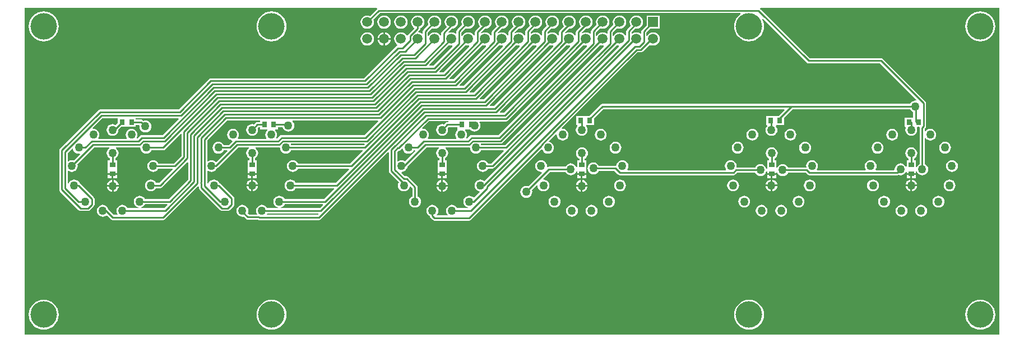
<source format=gbl>
G04*
G04 #@! TF.GenerationSoftware,Altium Limited,Altium Designer,20.0.12 (288)*
G04*
G04 Layer_Physical_Order=2*
G04 Layer_Color=16711680*
%FSLAX25Y25*%
%MOIN*%
G70*
G01*
G75*
%ADD11C,0.01000*%
%ADD19C,0.04961*%
%ADD20C,0.05906*%
%ADD21R,0.05906X0.05906*%
%ADD22C,0.05000*%
%ADD23C,0.15748*%
%ADD24R,0.03543X0.03150*%
%ADD25R,0.03150X0.03543*%
G36*
X694971Y155529D02*
X115029D01*
X115029Y349971D01*
X324664D01*
X324815Y349471D01*
X324793Y349455D01*
X320496Y345159D01*
X320032Y345351D01*
X319000Y345487D01*
X317968Y345351D01*
X317007Y344953D01*
X316181Y344319D01*
X315547Y343493D01*
X315149Y342532D01*
X315013Y341500D01*
X315149Y340468D01*
X315547Y339507D01*
X316181Y338681D01*
X317007Y338047D01*
X317968Y337649D01*
X319000Y337513D01*
X320032Y337649D01*
X320993Y338047D01*
X321819Y338681D01*
X322453Y339507D01*
X322851Y340468D01*
X322987Y341500D01*
X322851Y342532D01*
X322659Y342996D01*
X326507Y346845D01*
X540874D01*
X540961Y346345D01*
X539695Y345305D01*
X538586Y343954D01*
X537762Y342412D01*
X537254Y340740D01*
X537083Y339000D01*
X537254Y337260D01*
X537762Y335588D01*
X538586Y334046D01*
X539695Y332695D01*
X541046Y331586D01*
X542588Y330762D01*
X544260Y330254D01*
X546000Y330083D01*
X547740Y330254D01*
X549412Y330762D01*
X550954Y331586D01*
X552305Y332695D01*
X553414Y334046D01*
X554238Y335588D01*
X554746Y337260D01*
X554917Y339000D01*
X554746Y340740D01*
X554238Y342412D01*
X553715Y343391D01*
X554121Y343692D01*
X580395Y317419D01*
X580891Y317087D01*
X581476Y316971D01*
X623867D01*
X645521Y295316D01*
X645287Y294843D01*
X645000Y294881D01*
X644086Y294760D01*
X643235Y294408D01*
X642504Y293847D01*
X641943Y293115D01*
X641845Y292880D01*
X458728D01*
X458143Y292763D01*
X457647Y292432D01*
X450987Y285772D01*
X448819D01*
X448681Y285772D01*
X448319D01*
X448181Y285772D01*
X443169D01*
Y280228D01*
X443746D01*
X443923Y279728D01*
X443460Y279125D01*
X443109Y278278D01*
X442990Y277370D01*
X443109Y276462D01*
X443460Y275615D01*
X444018Y274888D01*
X444745Y274330D01*
X445591Y273979D01*
X446500Y273860D01*
X447408Y273979D01*
X448255Y274330D01*
X448982Y274888D01*
X449540Y275615D01*
X449891Y276462D01*
X450010Y277370D01*
X449891Y278278D01*
X449540Y279125D01*
X449077Y279728D01*
X449222Y280138D01*
X449298Y280228D01*
X453831D01*
Y284290D01*
X459362Y289821D01*
X566883D01*
X567074Y289359D01*
X563487Y285772D01*
X561819D01*
X561681Y285772D01*
X561319D01*
X561181Y285772D01*
X556169D01*
Y280228D01*
X556554D01*
X556731Y279728D01*
X556268Y279125D01*
X555917Y278278D01*
X555798Y277370D01*
X555917Y276462D01*
X556268Y275615D01*
X556826Y274888D01*
X557553Y274330D01*
X558399Y273979D01*
X559308Y273860D01*
X560217Y273979D01*
X561063Y274330D01*
X561790Y274888D01*
X562348Y275615D01*
X562699Y276462D01*
X562818Y277370D01*
X562699Y278278D01*
X562348Y279125D01*
X561885Y279728D01*
X562030Y280138D01*
X562106Y280228D01*
X566831D01*
Y284790D01*
X571862Y289821D01*
X641845D01*
X641943Y289585D01*
X642504Y288854D01*
X643235Y288293D01*
X643577Y288151D01*
Y284772D01*
X638669D01*
Y279228D01*
X638962D01*
X639296Y278728D01*
X639109Y278278D01*
X638990Y277370D01*
X639109Y276462D01*
X639460Y275615D01*
X640018Y274888D01*
X640745Y274330D01*
X641592Y273979D01*
X642500Y273860D01*
X643408Y273979D01*
X644255Y274330D01*
X644982Y274888D01*
X645540Y275615D01*
X645891Y276462D01*
X646010Y277370D01*
X645891Y278278D01*
X645704Y278728D01*
X646038Y279228D01*
X647166D01*
X647484Y278842D01*
X647471Y278776D01*
Y257155D01*
X647235Y257057D01*
X646504Y256496D01*
X645943Y255765D01*
X645772Y255352D01*
X645272Y255451D01*
Y259331D01*
X644029D01*
Y260345D01*
X644265Y260443D01*
X644996Y261004D01*
X645557Y261735D01*
X645910Y262586D01*
X646030Y263500D01*
X645910Y264414D01*
X645557Y265265D01*
X644996Y265996D01*
X644265Y266557D01*
X643414Y266910D01*
X642500Y267030D01*
X641586Y266910D01*
X640735Y266557D01*
X640004Y265996D01*
X639443Y265265D01*
X639090Y264414D01*
X638970Y263500D01*
X639090Y262586D01*
X639443Y261735D01*
X640004Y261004D01*
X640735Y260443D01*
X640971Y260345D01*
Y259331D01*
X639728D01*
Y255756D01*
X639228Y255656D01*
X639183Y255765D01*
X638622Y256496D01*
X637891Y257057D01*
X637040Y257410D01*
X636126Y257530D01*
X635212Y257410D01*
X634361Y257057D01*
X633630Y256496D01*
X633069Y255765D01*
X632716Y254914D01*
X632596Y254000D01*
X632614Y253862D01*
X632284Y253486D01*
X621379D01*
X621158Y253935D01*
X621348Y254182D01*
X621699Y255029D01*
X621818Y255937D01*
X621699Y256845D01*
X621348Y257692D01*
X620790Y258419D01*
X620063Y258977D01*
X619216Y259328D01*
X618308Y259447D01*
X617400Y259328D01*
X616553Y258977D01*
X615826Y258419D01*
X615268Y257692D01*
X614917Y256845D01*
X614798Y255937D01*
X614917Y255029D01*
X615268Y254182D01*
X615458Y253935D01*
X615237Y253486D01*
X586571D01*
X586350Y253935D01*
X586540Y254182D01*
X586891Y255029D01*
X587010Y255937D01*
X586891Y256845D01*
X586540Y257692D01*
X585982Y258419D01*
X585255Y258977D01*
X584409Y259328D01*
X583500Y259447D01*
X582591Y259328D01*
X581745Y258977D01*
X581018Y258419D01*
X580460Y257692D01*
X580109Y256845D01*
X579990Y255937D01*
X580060Y255405D01*
X579730Y255029D01*
X569155D01*
X569057Y255265D01*
X568496Y255996D01*
X567765Y256557D01*
X566914Y256910D01*
X566000Y257030D01*
X565086Y256910D01*
X564235Y256557D01*
X563504Y255996D01*
X562943Y255265D01*
X562772Y254852D01*
X562272Y254952D01*
Y259331D01*
X561029D01*
Y260345D01*
X561265Y260443D01*
X561996Y261004D01*
X562557Y261735D01*
X562910Y262586D01*
X563030Y263500D01*
X562910Y264414D01*
X562557Y265265D01*
X561996Y265996D01*
X561265Y266557D01*
X560414Y266910D01*
X559500Y267030D01*
X558586Y266910D01*
X557735Y266557D01*
X557004Y265996D01*
X556443Y265265D01*
X556090Y264414D01*
X555970Y263500D01*
X556090Y262586D01*
X556443Y261735D01*
X557004Y261004D01*
X557735Y260443D01*
X557971Y260345D01*
Y259331D01*
X556728D01*
Y254397D01*
X556228Y254364D01*
X556222Y254414D01*
X555869Y255265D01*
X555308Y255996D01*
X554577Y256557D01*
X553726Y256910D01*
X552812Y257030D01*
X551898Y256910D01*
X551047Y256557D01*
X550316Y255996D01*
X549755Y255265D01*
X549657Y255029D01*
X538886D01*
X538556Y255405D01*
X538626Y255937D01*
X538507Y256845D01*
X538156Y257692D01*
X537598Y258419D01*
X536871Y258977D01*
X536025Y259328D01*
X535116Y259447D01*
X534207Y259328D01*
X533361Y258977D01*
X532634Y258419D01*
X532076Y257692D01*
X531725Y256845D01*
X531606Y255937D01*
X531725Y255029D01*
X532076Y254182D01*
X532266Y253935D01*
X532045Y253486D01*
X473763D01*
X473542Y253935D01*
X473732Y254182D01*
X474083Y255029D01*
X474202Y255937D01*
X474083Y256845D01*
X473732Y257692D01*
X473174Y258419D01*
X472447Y258977D01*
X471600Y259328D01*
X470692Y259447D01*
X469783Y259328D01*
X468937Y258977D01*
X468210Y258419D01*
X467652Y257692D01*
X467301Y256845D01*
X467238Y256366D01*
X466689Y255992D01*
X466500Y256029D01*
X456655D01*
X456557Y256265D01*
X455996Y256996D01*
X455265Y257557D01*
X454414Y257910D01*
X453500Y258030D01*
X452586Y257910D01*
X451735Y257557D01*
X451004Y256996D01*
X450443Y256265D01*
X450090Y255414D01*
X449970Y254500D01*
X450090Y253586D01*
X450443Y252735D01*
X451004Y252004D01*
X451735Y251443D01*
X452586Y251090D01*
X453500Y250970D01*
X454414Y251090D01*
X455265Y251443D01*
X455996Y252004D01*
X456557Y252735D01*
X456655Y252971D01*
X465867D01*
X467962Y250875D01*
X468458Y250544D01*
X469043Y250427D01*
X536765D01*
X537350Y250544D01*
X537846Y250875D01*
X538941Y251971D01*
X549657D01*
X549755Y251735D01*
X550316Y251004D01*
X551047Y250443D01*
X551898Y250090D01*
X552812Y249970D01*
X553726Y250090D01*
X554577Y250443D01*
X555308Y251004D01*
X555869Y251735D01*
X556222Y252586D01*
X556228Y252636D01*
X556728Y252603D01*
Y251744D01*
X562272D01*
Y252048D01*
X562772Y252148D01*
X562943Y251735D01*
X563504Y251004D01*
X564235Y250443D01*
X565086Y250090D01*
X566000Y249970D01*
X566914Y250090D01*
X567765Y250443D01*
X568496Y251004D01*
X569057Y251735D01*
X569155Y251971D01*
X579675D01*
X580770Y250875D01*
X581266Y250544D01*
X581851Y250427D01*
X634083D01*
X634668Y250544D01*
X634919Y250711D01*
X635212Y250590D01*
X636126Y250470D01*
X637040Y250590D01*
X637891Y250943D01*
X638622Y251504D01*
X639183Y252235D01*
X639228Y252344D01*
X639728Y252244D01*
Y251744D01*
X645272D01*
Y252549D01*
X645772Y252648D01*
X645943Y252235D01*
X646504Y251504D01*
X647235Y250943D01*
X648086Y250590D01*
X649000Y250470D01*
X649914Y250590D01*
X650765Y250943D01*
X651496Y251504D01*
X652057Y252235D01*
X652410Y253086D01*
X652530Y254000D01*
X652410Y254914D01*
X652057Y255765D01*
X651496Y256496D01*
X650765Y257057D01*
X650529Y257155D01*
Y272335D01*
X651029Y272504D01*
X651343Y272096D01*
X652070Y271538D01*
X652916Y271187D01*
X653825Y271068D01*
X654734Y271187D01*
X655580Y271538D01*
X656307Y272096D01*
X656865Y272823D01*
X657216Y273670D01*
X657335Y274578D01*
X657216Y275486D01*
X656865Y276333D01*
X656307Y277060D01*
X655580Y277618D01*
X654734Y277969D01*
X653825Y278088D01*
X652916Y277969D01*
X652070Y277618D01*
X651343Y277060D01*
X651029Y276652D01*
X650529Y276821D01*
Y278143D01*
X650912Y278526D01*
X651244Y279022D01*
X651360Y279607D01*
Y293169D01*
X651244Y293755D01*
X650912Y294251D01*
X625581Y319581D01*
X625085Y319913D01*
X624500Y320029D01*
X582109D01*
X552683Y349455D01*
X552661Y349471D01*
X552812Y349971D01*
X694971D01*
X694971Y155529D01*
D02*
G37*
%LPC*%
G36*
X479000Y345487D02*
X477968Y345351D01*
X477007Y344953D01*
X476181Y344319D01*
X475547Y343493D01*
X475149Y342532D01*
X475013Y341500D01*
X475149Y340468D01*
X475547Y339507D01*
X475676Y339339D01*
X473466Y337129D01*
X473134Y336632D01*
X473018Y336047D01*
Y333436D01*
X472518Y333336D01*
X472453Y333493D01*
X471819Y334319D01*
X470993Y334953D01*
X470032Y335351D01*
X469000Y335487D01*
X467968Y335351D01*
X467007Y334953D01*
X466181Y334319D01*
X465547Y333493D01*
X465482Y333336D01*
X464982Y333436D01*
Y335319D01*
X467504Y337841D01*
X467968Y337649D01*
X469000Y337513D01*
X470032Y337649D01*
X470993Y338047D01*
X471819Y338681D01*
X472453Y339507D01*
X472851Y340468D01*
X472987Y341500D01*
X472851Y342532D01*
X472453Y343493D01*
X471819Y344319D01*
X470993Y344953D01*
X470032Y345351D01*
X469000Y345487D01*
X467968Y345351D01*
X467007Y344953D01*
X466181Y344319D01*
X465547Y343493D01*
X465149Y342532D01*
X465013Y341500D01*
X465149Y340468D01*
X465341Y340004D01*
X462371Y337034D01*
X462040Y336538D01*
X461923Y335953D01*
Y334869D01*
X461423Y334623D01*
X460993Y334953D01*
X460032Y335351D01*
X459000Y335487D01*
X457968Y335351D01*
X457007Y334953D01*
X456181Y334319D01*
X455547Y333493D01*
X455482Y333336D01*
X454982Y333436D01*
Y335319D01*
X457504Y337841D01*
X457968Y337649D01*
X459000Y337513D01*
X460032Y337649D01*
X460993Y338047D01*
X461819Y338681D01*
X462453Y339507D01*
X462851Y340468D01*
X462987Y341500D01*
X462851Y342532D01*
X462453Y343493D01*
X461819Y344319D01*
X460993Y344953D01*
X460032Y345351D01*
X459000Y345487D01*
X457968Y345351D01*
X457007Y344953D01*
X456181Y344319D01*
X455547Y343493D01*
X455149Y342532D01*
X455013Y341500D01*
X455149Y340468D01*
X455341Y340004D01*
X452371Y337034D01*
X452040Y336538D01*
X451923Y335953D01*
Y334869D01*
X451423Y334623D01*
X450993Y334953D01*
X450032Y335351D01*
X449000Y335487D01*
X447968Y335351D01*
X447007Y334953D01*
X446981Y334933D01*
X446439Y335147D01*
X446420Y335257D01*
X448714Y337551D01*
X449000Y337513D01*
X450032Y337649D01*
X450993Y338047D01*
X451819Y338681D01*
X452453Y339507D01*
X452851Y340468D01*
X452987Y341500D01*
X452851Y342532D01*
X452453Y343493D01*
X451819Y344319D01*
X450993Y344953D01*
X450032Y345351D01*
X449000Y345487D01*
X447968Y345351D01*
X447007Y344953D01*
X446181Y344319D01*
X445547Y343493D01*
X445149Y342532D01*
X445013Y341500D01*
X445149Y340468D01*
X445547Y339507D01*
X445893Y339056D01*
X443466Y336629D01*
X443134Y336133D01*
X443018Y335547D01*
Y333436D01*
X442518Y333336D01*
X442453Y333493D01*
X441819Y334319D01*
X440993Y334953D01*
X440032Y335351D01*
X439000Y335487D01*
X437968Y335351D01*
X437007Y334953D01*
X436981Y334933D01*
X436439Y335147D01*
X436420Y335257D01*
X438714Y337551D01*
X439000Y337513D01*
X440032Y337649D01*
X440993Y338047D01*
X441819Y338681D01*
X442453Y339507D01*
X442851Y340468D01*
X442987Y341500D01*
X442851Y342532D01*
X442453Y343493D01*
X441819Y344319D01*
X440993Y344953D01*
X440032Y345351D01*
X439000Y345487D01*
X437968Y345351D01*
X437007Y344953D01*
X436181Y344319D01*
X435547Y343493D01*
X435149Y342532D01*
X435013Y341500D01*
X435149Y340468D01*
X435547Y339507D01*
X435893Y339056D01*
X433466Y336629D01*
X433134Y336133D01*
X433018Y335547D01*
Y333436D01*
X432518Y333336D01*
X432453Y333493D01*
X431819Y334319D01*
X430993Y334953D01*
X430032Y335351D01*
X429000Y335487D01*
X427968Y335351D01*
X427007Y334953D01*
X426577Y334623D01*
X426077Y334869D01*
Y335414D01*
X428272Y337609D01*
X429000Y337513D01*
X430032Y337649D01*
X430993Y338047D01*
X431819Y338681D01*
X432453Y339507D01*
X432851Y340468D01*
X432987Y341500D01*
X432851Y342532D01*
X432453Y343493D01*
X431819Y344319D01*
X430993Y344953D01*
X430032Y345351D01*
X429000Y345487D01*
X427968Y345351D01*
X427007Y344953D01*
X426181Y344319D01*
X425547Y343493D01*
X425149Y342532D01*
X425013Y341500D01*
X425149Y340468D01*
X425547Y339507D01*
X425676Y339339D01*
X423466Y337129D01*
X423134Y336632D01*
X423018Y336047D01*
Y333436D01*
X422518Y333336D01*
X422453Y333493D01*
X421819Y334319D01*
X420993Y334953D01*
X420032Y335351D01*
X419000Y335487D01*
X417968Y335351D01*
X417007Y334953D01*
X416577Y334623D01*
X416077Y334869D01*
Y335414D01*
X418272Y337609D01*
X419000Y337513D01*
X420032Y337649D01*
X420993Y338047D01*
X421819Y338681D01*
X422453Y339507D01*
X422851Y340468D01*
X422987Y341500D01*
X422851Y342532D01*
X422453Y343493D01*
X421819Y344319D01*
X420993Y344953D01*
X420032Y345351D01*
X419000Y345487D01*
X417968Y345351D01*
X417007Y344953D01*
X416181Y344319D01*
X415547Y343493D01*
X415149Y342532D01*
X415013Y341500D01*
X415149Y340468D01*
X415547Y339507D01*
X415676Y339339D01*
X413466Y337129D01*
X413134Y336632D01*
X413018Y336047D01*
Y333436D01*
X412518Y333336D01*
X412453Y333493D01*
X411819Y334319D01*
X410993Y334953D01*
X410032Y335351D01*
X409000Y335487D01*
X407968Y335351D01*
X407007Y334953D01*
X406981Y334933D01*
X406438Y335147D01*
X406420Y335257D01*
X408714Y337551D01*
X409000Y337513D01*
X410032Y337649D01*
X410993Y338047D01*
X411819Y338681D01*
X412453Y339507D01*
X412851Y340468D01*
X412987Y341500D01*
X412851Y342532D01*
X412453Y343493D01*
X411819Y344319D01*
X410993Y344953D01*
X410032Y345351D01*
X409000Y345487D01*
X407968Y345351D01*
X407007Y344953D01*
X406181Y344319D01*
X405547Y343493D01*
X405149Y342532D01*
X405013Y341500D01*
X405149Y340468D01*
X405547Y339507D01*
X405893Y339056D01*
X403466Y336629D01*
X403134Y336133D01*
X403018Y335547D01*
Y333436D01*
X402518Y333336D01*
X402453Y333493D01*
X401819Y334319D01*
X400993Y334953D01*
X400032Y335351D01*
X399000Y335487D01*
X397968Y335351D01*
X397007Y334953D01*
X396981Y334933D01*
X396439Y335147D01*
X396420Y335257D01*
X398714Y337551D01*
X399000Y337513D01*
X400032Y337649D01*
X400993Y338047D01*
X401819Y338681D01*
X402453Y339507D01*
X402851Y340468D01*
X402987Y341500D01*
X402851Y342532D01*
X402453Y343493D01*
X401819Y344319D01*
X400993Y344953D01*
X400032Y345351D01*
X399000Y345487D01*
X397968Y345351D01*
X397007Y344953D01*
X396181Y344319D01*
X395547Y343493D01*
X395149Y342532D01*
X395013Y341500D01*
X395149Y340468D01*
X395547Y339507D01*
X395893Y339056D01*
X393466Y336629D01*
X393134Y336133D01*
X393018Y335547D01*
Y333436D01*
X392518Y333336D01*
X392453Y333493D01*
X391819Y334319D01*
X390993Y334953D01*
X390032Y335351D01*
X389000Y335487D01*
X387968Y335351D01*
X387007Y334953D01*
X386981Y334933D01*
X386438Y335147D01*
X386420Y335257D01*
X388714Y337551D01*
X389000Y337513D01*
X390032Y337649D01*
X390993Y338047D01*
X391819Y338681D01*
X392453Y339507D01*
X392851Y340468D01*
X392987Y341500D01*
X392851Y342532D01*
X392453Y343493D01*
X391819Y344319D01*
X390993Y344953D01*
X390032Y345351D01*
X389000Y345487D01*
X387968Y345351D01*
X387007Y344953D01*
X386181Y344319D01*
X385547Y343493D01*
X385149Y342532D01*
X385013Y341500D01*
X385149Y340468D01*
X385547Y339507D01*
X385893Y339056D01*
X383466Y336629D01*
X383134Y336133D01*
X383018Y335547D01*
Y333436D01*
X382518Y333336D01*
X382453Y333493D01*
X381819Y334319D01*
X380993Y334953D01*
X380032Y335351D01*
X379000Y335487D01*
X377968Y335351D01*
X377007Y334953D01*
X376181Y334319D01*
X375547Y333493D01*
X375482Y333336D01*
X374982Y333436D01*
Y335319D01*
X377504Y337841D01*
X377968Y337649D01*
X379000Y337513D01*
X380032Y337649D01*
X380993Y338047D01*
X381819Y338681D01*
X382453Y339507D01*
X382851Y340468D01*
X382987Y341500D01*
X382851Y342532D01*
X382453Y343493D01*
X381819Y344319D01*
X380993Y344953D01*
X380032Y345351D01*
X379000Y345487D01*
X377968Y345351D01*
X377007Y344953D01*
X376181Y344319D01*
X375547Y343493D01*
X375149Y342532D01*
X375013Y341500D01*
X375149Y340468D01*
X375341Y340004D01*
X372371Y337034D01*
X372040Y336538D01*
X371923Y335953D01*
Y334869D01*
X371423Y334623D01*
X370993Y334953D01*
X370032Y335351D01*
X369000Y335487D01*
X367968Y335351D01*
X367546Y335176D01*
X367263Y335600D01*
X369203Y337540D01*
X370032Y337649D01*
X370993Y338047D01*
X371819Y338681D01*
X372453Y339507D01*
X372851Y340468D01*
X372987Y341500D01*
X372851Y342532D01*
X372453Y343493D01*
X371819Y344319D01*
X370993Y344953D01*
X370032Y345351D01*
X369000Y345487D01*
X367968Y345351D01*
X367007Y344953D01*
X366181Y344319D01*
X365547Y343493D01*
X365149Y342532D01*
X365013Y341500D01*
X365149Y340468D01*
X365547Y339507D01*
X366110Y338773D01*
X363466Y336129D01*
X363134Y335632D01*
X363018Y335047D01*
Y333436D01*
X362518Y333336D01*
X362453Y333493D01*
X361819Y334319D01*
X360993Y334953D01*
X360032Y335351D01*
X359000Y335487D01*
X357968Y335351D01*
X357007Y334953D01*
X356181Y334319D01*
X355547Y333493D01*
X355482Y333336D01*
X354982Y333436D01*
Y335319D01*
X357504Y337841D01*
X357968Y337649D01*
X359000Y337513D01*
X360032Y337649D01*
X360993Y338047D01*
X361819Y338681D01*
X362453Y339507D01*
X362851Y340468D01*
X362987Y341500D01*
X362851Y342532D01*
X362453Y343493D01*
X361819Y344319D01*
X360993Y344953D01*
X360032Y345351D01*
X359000Y345487D01*
X357968Y345351D01*
X357007Y344953D01*
X356181Y344319D01*
X355547Y343493D01*
X355149Y342532D01*
X355013Y341500D01*
X355149Y340468D01*
X355341Y340004D01*
X352371Y337034D01*
X352040Y336538D01*
X351923Y335953D01*
Y334869D01*
X351423Y334623D01*
X350993Y334953D01*
X350032Y335351D01*
X349495Y335422D01*
X349315Y335950D01*
X350081Y336716D01*
X350413Y337212D01*
X350529Y337797D01*
Y337855D01*
X350993Y338047D01*
X351819Y338681D01*
X352453Y339507D01*
X352851Y340468D01*
X352987Y341500D01*
X352851Y342532D01*
X352453Y343493D01*
X351819Y344319D01*
X350993Y344953D01*
X350032Y345351D01*
X349000Y345487D01*
X347968Y345351D01*
X347007Y344953D01*
X346181Y344319D01*
X345547Y343493D01*
X345149Y342532D01*
X345013Y341500D01*
X345149Y340468D01*
X345547Y339507D01*
X346181Y338681D01*
X346652Y338319D01*
X346696Y337656D01*
X343466Y334426D01*
X343134Y333930D01*
X343118Y333848D01*
X342546Y333474D01*
X342453Y333493D01*
X341819Y334319D01*
X340993Y334953D01*
X340032Y335351D01*
X339000Y335487D01*
X337968Y335351D01*
X337007Y334953D01*
X336181Y334319D01*
X335547Y333493D01*
X335149Y332532D01*
X335013Y331500D01*
X335149Y330468D01*
X335547Y329507D01*
X336181Y328681D01*
X336946Y328094D01*
X336947Y327852D01*
X336859Y327567D01*
X336626Y327521D01*
X336129Y327189D01*
X316970Y308029D01*
X225873D01*
X225287Y307913D01*
X224791Y307581D01*
X206739Y289529D01*
X160087D01*
X159501Y289413D01*
X159005Y289081D01*
X136190Y266266D01*
X135859Y265770D01*
X135742Y265185D01*
Y241900D01*
X135859Y241315D01*
X136190Y240818D01*
X147311Y229697D01*
X147808Y229366D01*
X148393Y229249D01*
X152933D01*
X153518Y229366D01*
X154014Y229697D01*
X156346Y232029D01*
X156677Y232525D01*
X156794Y233110D01*
Y236408D01*
X156677Y236993D01*
X156346Y237489D01*
X148395Y245439D01*
X147899Y245771D01*
X147834Y245784D01*
X147698Y246113D01*
X147140Y246840D01*
X146413Y247398D01*
X145566Y247749D01*
X144658Y247868D01*
X143749Y247749D01*
X142903Y247398D01*
X142176Y246840D01*
X141618Y246113D01*
X141267Y245267D01*
X140801Y245383D01*
Y252866D01*
X141250Y253087D01*
X141497Y252897D01*
X142343Y252546D01*
X143252Y252427D01*
X144160Y252546D01*
X145007Y252897D01*
X145734Y253455D01*
X146292Y254182D01*
X146643Y255029D01*
X146762Y255937D01*
X146643Y256845D01*
X146549Y257071D01*
X156546Y267068D01*
X165390D01*
X165559Y266568D01*
X165004Y266142D01*
X164443Y265411D01*
X164090Y264559D01*
X163970Y263646D01*
X164090Y262732D01*
X164443Y261881D01*
X165004Y261149D01*
X165735Y260588D01*
X165971Y260491D01*
Y259331D01*
X164672D01*
Y254319D01*
X164672Y254181D01*
Y253819D01*
X164672Y253681D01*
Y251744D01*
X170216D01*
Y253681D01*
X170216Y253819D01*
Y254181D01*
X170216Y254319D01*
Y259331D01*
X169029D01*
Y260491D01*
X169265Y260588D01*
X169996Y261149D01*
X170557Y261881D01*
X170910Y262732D01*
X171030Y263646D01*
X170910Y264559D01*
X170557Y265411D01*
X169996Y266142D01*
X169440Y266568D01*
X169610Y267068D01*
X183515D01*
X183707Y266977D01*
X184017Y266637D01*
X184109Y265935D01*
X184460Y265089D01*
X185018Y264362D01*
X185745Y263804D01*
X186591Y263453D01*
X187500Y263334D01*
X188409Y263453D01*
X189255Y263804D01*
X189982Y264362D01*
X190540Y265089D01*
X190633Y265315D01*
X197530D01*
X198116Y265431D01*
X198612Y265763D01*
X208009Y275160D01*
X208471Y274968D01*
Y261962D01*
X203975Y257466D01*
X194770D01*
X194676Y257692D01*
X194118Y258419D01*
X193391Y258977D01*
X192544Y259328D01*
X191636Y259447D01*
X190727Y259328D01*
X189881Y258977D01*
X189154Y258419D01*
X188596Y257692D01*
X188245Y256845D01*
X188126Y255937D01*
X188245Y255029D01*
X188596Y254182D01*
X189154Y253455D01*
X189881Y252897D01*
X190727Y252546D01*
X191636Y252427D01*
X192544Y252546D01*
X193391Y252897D01*
X194118Y253455D01*
X194676Y254182D01*
X194770Y254408D01*
X203091D01*
X203283Y253946D01*
X195224Y245887D01*
X193363D01*
X193270Y246113D01*
X192712Y246840D01*
X191985Y247398D01*
X191139Y247749D01*
X190230Y247868D01*
X189321Y247749D01*
X188475Y247398D01*
X187748Y246840D01*
X187190Y246113D01*
X186839Y245267D01*
X186720Y244358D01*
X186839Y243449D01*
X187190Y242603D01*
X187748Y241876D01*
X188475Y241318D01*
X189321Y240967D01*
X190230Y240848D01*
X191139Y240967D01*
X191985Y241318D01*
X192712Y241876D01*
X193270Y242603D01*
X193363Y242829D01*
X195858D01*
X196443Y242945D01*
X196939Y243277D01*
X212009Y258346D01*
X212471Y258154D01*
Y247963D01*
X200796Y236288D01*
X186738D01*
X186644Y236514D01*
X186086Y237241D01*
X185359Y237799D01*
X184512Y238150D01*
X183604Y238269D01*
X182695Y238150D01*
X181849Y237799D01*
X181122Y237241D01*
X180564Y236514D01*
X180213Y235667D01*
X180094Y234759D01*
X180213Y233851D01*
X180564Y233004D01*
X181122Y232277D01*
X181849Y231719D01*
X182695Y231368D01*
X182703Y231367D01*
X182670Y230867D01*
X176409D01*
X176316Y231093D01*
X175758Y231820D01*
X175031Y232378D01*
X174185Y232729D01*
X173276Y232848D01*
X172368Y232729D01*
X171521Y232378D01*
X170794Y231820D01*
X170236Y231093D01*
X169885Y230246D01*
X169766Y229338D01*
X169885Y228430D01*
X170236Y227583D01*
X170426Y227336D01*
X170205Y226887D01*
X168133D01*
X165037Y229983D01*
X165003Y230246D01*
X164652Y231093D01*
X164094Y231820D01*
X163367Y232378D01*
X162521Y232729D01*
X161612Y232848D01*
X160704Y232729D01*
X159857Y232378D01*
X159130Y231820D01*
X158572Y231093D01*
X158221Y230246D01*
X158102Y229338D01*
X158221Y228430D01*
X158572Y227583D01*
X159130Y226856D01*
X159857Y226298D01*
X160704Y225947D01*
X161612Y225828D01*
X162521Y225947D01*
X163367Y226298D01*
X163950Y226745D01*
X166419Y224276D01*
X166915Y223945D01*
X167500Y223828D01*
X197686D01*
X198271Y223945D01*
X198767Y224276D01*
X218336Y243846D01*
X218798Y243654D01*
Y243142D01*
X218915Y242557D01*
X219246Y242061D01*
X231610Y229697D01*
X232106Y229366D01*
X232691Y229249D01*
X235989D01*
X236574Y229366D01*
X237070Y229697D01*
X239402Y232029D01*
X239733Y232525D01*
X239850Y233110D01*
Y236680D01*
X239733Y237265D01*
X239402Y237761D01*
X231723Y245439D01*
X231227Y245771D01*
X230866Y245843D01*
X230754Y246113D01*
X230196Y246840D01*
X229469Y247398D01*
X228623Y247749D01*
X227714Y247868D01*
X226805Y247749D01*
X225959Y247398D01*
X225232Y246840D01*
X224674Y246113D01*
X224323Y245267D01*
X223857Y245383D01*
Y252866D01*
X224306Y253087D01*
X224553Y252897D01*
X225399Y252546D01*
X226308Y252427D01*
X227217Y252546D01*
X228063Y252897D01*
X228790Y253455D01*
X229348Y254182D01*
X229482Y254505D01*
X229577Y254524D01*
X230073Y254856D01*
X242286Y267068D01*
X248390D01*
X248559Y266568D01*
X248004Y266142D01*
X247443Y265411D01*
X247090Y264559D01*
X246970Y263646D01*
X247090Y262732D01*
X247443Y261881D01*
X248004Y261149D01*
X248735Y260588D01*
X248971Y260491D01*
Y259331D01*
X247728D01*
Y254319D01*
X247728Y254181D01*
Y253819D01*
X247728Y253681D01*
Y251744D01*
X253272D01*
Y253681D01*
X253272Y253819D01*
Y254181D01*
X253272Y254319D01*
Y259331D01*
X252029D01*
Y260491D01*
X252265Y260588D01*
X252996Y261149D01*
X253557Y261881D01*
X253910Y262732D01*
X254030Y263646D01*
X253910Y264559D01*
X253557Y265411D01*
X252996Y266142D01*
X252441Y266568D01*
X252610Y267068D01*
X266571D01*
X266763Y266977D01*
X267073Y266637D01*
X267165Y265935D01*
X267516Y265089D01*
X268074Y264362D01*
X268801Y263804D01*
X269648Y263453D01*
X270556Y263334D01*
X271464Y263453D01*
X272311Y263804D01*
X273038Y264362D01*
X273596Y265089D01*
X273690Y265315D01*
X316028D01*
X316219Y264853D01*
X308833Y257466D01*
X277825D01*
X277732Y257692D01*
X277174Y258419D01*
X276447Y258977D01*
X275601Y259328D01*
X274692Y259447D01*
X273783Y259328D01*
X272937Y258977D01*
X272210Y258419D01*
X271652Y257692D01*
X271301Y256845D01*
X271182Y255937D01*
X271301Y255029D01*
X271652Y254182D01*
X272210Y253455D01*
X272937Y252897D01*
X273783Y252546D01*
X274692Y252427D01*
X275601Y252546D01*
X276447Y252897D01*
X277174Y253455D01*
X277732Y254182D01*
X277825Y254408D01*
X307949D01*
X308141Y253946D01*
X300082Y245887D01*
X276419D01*
X276326Y246113D01*
X275768Y246840D01*
X275041Y247398D01*
X274195Y247749D01*
X273286Y247868D01*
X272377Y247749D01*
X271531Y247398D01*
X270804Y246840D01*
X270246Y246113D01*
X269895Y245267D01*
X269776Y244358D01*
X269895Y243449D01*
X270246Y242603D01*
X270804Y241876D01*
X271531Y241318D01*
X272377Y240967D01*
X273286Y240848D01*
X274195Y240967D01*
X275041Y241318D01*
X275768Y241876D01*
X276326Y242603D01*
X276419Y242829D01*
X299199D01*
X299390Y242367D01*
X293312Y236288D01*
X269794D01*
X269700Y236514D01*
X269142Y237241D01*
X268415Y237799D01*
X267568Y238150D01*
X266660Y238269D01*
X265752Y238150D01*
X264905Y237799D01*
X264178Y237241D01*
X263620Y236514D01*
X263269Y235667D01*
X263150Y234759D01*
X263269Y233851D01*
X263620Y233004D01*
X264178Y232277D01*
X264905Y231719D01*
X265752Y231368D01*
X265759Y231367D01*
X265726Y230867D01*
X259466D01*
X259372Y231093D01*
X258814Y231820D01*
X258087Y232378D01*
X257241Y232729D01*
X256332Y232848D01*
X255423Y232729D01*
X254577Y232378D01*
X253850Y231820D01*
X253292Y231093D01*
X252941Y230246D01*
X252822Y229338D01*
X252941Y228430D01*
X253292Y227583D01*
X253373Y227478D01*
X253151Y227029D01*
X248634D01*
X247817Y227846D01*
X248059Y228430D01*
X248178Y229338D01*
X248059Y230246D01*
X247708Y231093D01*
X247150Y231820D01*
X246423Y232378D01*
X245577Y232729D01*
X244668Y232848D01*
X243759Y232729D01*
X242913Y232378D01*
X242186Y231820D01*
X241628Y231093D01*
X241277Y230246D01*
X241158Y229338D01*
X241277Y228430D01*
X241628Y227583D01*
X242186Y226856D01*
X242913Y226298D01*
X243759Y225947D01*
X244668Y225828D01*
X245411Y225926D01*
X246919Y224419D01*
X247415Y224087D01*
X248000Y223971D01*
X254059D01*
X254098Y223945D01*
X254683Y223828D01*
X290201D01*
X290786Y223945D01*
X291282Y224276D01*
X331336Y264330D01*
X331798Y264139D01*
Y252896D01*
X331915Y252311D01*
X332246Y251815D01*
X337793Y246268D01*
X337674Y246113D01*
X337323Y245267D01*
X337204Y244358D01*
X337323Y243449D01*
X337674Y242603D01*
X338232Y241876D01*
X338959Y241318D01*
X339806Y240967D01*
X340714Y240848D01*
X341622Y240967D01*
X342469Y241318D01*
X343196Y241876D01*
X343754Y242603D01*
X344105Y243449D01*
X344145Y243759D01*
X344619Y243919D01*
X345811Y242727D01*
Y237893D01*
X345585Y237799D01*
X344858Y237241D01*
X344300Y236514D01*
X343949Y235667D01*
X343830Y234759D01*
X343949Y233851D01*
X344300Y233004D01*
X344858Y232277D01*
X345585Y231719D01*
X346431Y231368D01*
X347340Y231249D01*
X348249Y231368D01*
X349095Y231719D01*
X349822Y232277D01*
X350380Y233004D01*
X350731Y233851D01*
X350850Y234759D01*
X350731Y235667D01*
X350380Y236514D01*
X349822Y237241D01*
X349095Y237799D01*
X348869Y237893D01*
Y243361D01*
X348753Y243946D01*
X348421Y244442D01*
X343444Y249420D01*
X342948Y249751D01*
X342363Y249868D01*
X341348D01*
X339251Y251964D01*
X339474Y252449D01*
X340216Y252546D01*
X341063Y252897D01*
X341790Y253455D01*
X342348Y254182D01*
X342699Y255029D01*
X342805Y255832D01*
X354041Y267068D01*
X361390D01*
X361560Y266568D01*
X361004Y266142D01*
X360443Y265411D01*
X360090Y264559D01*
X359970Y263646D01*
X360090Y262732D01*
X360443Y261881D01*
X361004Y261149D01*
X361735Y260588D01*
X361971Y260491D01*
Y259331D01*
X360728D01*
Y254319D01*
X360728Y254181D01*
Y253819D01*
X360728Y253681D01*
Y251744D01*
X366272D01*
Y253681D01*
X366272Y253819D01*
Y254181D01*
X366272Y254319D01*
Y259331D01*
X365029D01*
Y260491D01*
X365265Y260588D01*
X365996Y261149D01*
X366557Y261881D01*
X366910Y262732D01*
X367030Y263646D01*
X366910Y264559D01*
X366557Y265411D01*
X365996Y266142D01*
X365441Y266568D01*
X365610Y267068D01*
X379571D01*
X379764Y266977D01*
X380073Y266637D01*
X380165Y265935D01*
X380516Y265089D01*
X381074Y264362D01*
X381801Y263804D01*
X382647Y263453D01*
X383556Y263334D01*
X384465Y263453D01*
X385311Y263804D01*
X386038Y264362D01*
X386596Y265089D01*
X386689Y265315D01*
X399998D01*
X400190Y264853D01*
X392804Y257466D01*
X390826D01*
X390732Y257692D01*
X390174Y258419D01*
X389447Y258977D01*
X388600Y259328D01*
X387692Y259447D01*
X386784Y259328D01*
X385937Y258977D01*
X385210Y258419D01*
X384652Y257692D01*
X384301Y256845D01*
X384182Y255937D01*
X384301Y255029D01*
X384652Y254182D01*
X385210Y253455D01*
X385937Y252897D01*
X386784Y252546D01*
X387692Y252427D01*
X388600Y252546D01*
X389447Y252897D01*
X390174Y253455D01*
X390732Y254182D01*
X390826Y254408D01*
X393437D01*
X394022Y254524D01*
X394518Y254856D01*
X467504Y327841D01*
X467968Y327649D01*
X468505Y327578D01*
X468685Y327050D01*
X388602Y246968D01*
X388041Y247398D01*
X387194Y247749D01*
X386286Y247868D01*
X385378Y247749D01*
X384531Y247398D01*
X383804Y246840D01*
X383246Y246113D01*
X382895Y245267D01*
X382776Y244358D01*
X382895Y243449D01*
X383246Y242603D01*
X383804Y241876D01*
X384531Y241318D01*
X385378Y240967D01*
X385686Y240927D01*
X385847Y240453D01*
X382605Y237211D01*
X382142Y237241D01*
X381415Y237799D01*
X380569Y238150D01*
X379660Y238269D01*
X378751Y238150D01*
X377905Y237799D01*
X377178Y237241D01*
X376620Y236514D01*
X376269Y235667D01*
X376150Y234759D01*
X376269Y233851D01*
X376620Y233004D01*
X377178Y232277D01*
X377905Y231719D01*
X378751Y231368D01*
X378759Y231367D01*
X378726Y230867D01*
X372465D01*
X372372Y231093D01*
X371814Y231820D01*
X371087Y232378D01*
X370240Y232729D01*
X369332Y232848D01*
X368424Y232729D01*
X367577Y232378D01*
X366850Y231820D01*
X366292Y231093D01*
X365941Y230246D01*
X365822Y229338D01*
X365941Y228430D01*
X366292Y227583D01*
X366717Y227029D01*
X366491Y226529D01*
X360509D01*
X360283Y227029D01*
X360708Y227583D01*
X361059Y228430D01*
X361178Y229338D01*
X361059Y230246D01*
X360708Y231093D01*
X360150Y231820D01*
X359423Y232378D01*
X358576Y232729D01*
X357668Y232848D01*
X356760Y232729D01*
X355913Y232378D01*
X355186Y231820D01*
X354628Y231093D01*
X354277Y230246D01*
X354158Y229338D01*
X354277Y228430D01*
X354628Y227583D01*
X355186Y226856D01*
X355913Y226298D01*
X356166Y226193D01*
X356255Y225747D01*
X356587Y225251D01*
X357919Y223919D01*
X358415Y223587D01*
X359000Y223471D01*
X379500D01*
X380085Y223587D01*
X380581Y223919D01*
X422591Y265929D01*
X423127Y265757D01*
X423404Y265089D01*
X423962Y264362D01*
X424689Y263804D01*
X425535Y263453D01*
X426444Y263334D01*
X427353Y263453D01*
X428199Y263804D01*
X428926Y264362D01*
X429484Y265089D01*
X429835Y265935D01*
X429954Y266844D01*
X429835Y267753D01*
X429484Y268599D01*
X428926Y269326D01*
X428199Y269884D01*
X427353Y270235D01*
X427043Y270275D01*
X426883Y270749D01*
X431221Y275087D01*
X431228Y275092D01*
X431495Y274993D01*
X431698Y274828D01*
X431665Y274578D01*
X431784Y273670D01*
X432135Y272823D01*
X432693Y272096D01*
X433420Y271538D01*
X434267Y271187D01*
X435175Y271068D01*
X436084Y271187D01*
X436930Y271538D01*
X437657Y272096D01*
X438215Y272823D01*
X438566Y273670D01*
X438685Y274578D01*
X438566Y275486D01*
X438215Y276333D01*
X437657Y277060D01*
X436930Y277618D01*
X436084Y277969D01*
X435175Y278088D01*
X434925Y278055D01*
X434692Y278529D01*
X479681Y323518D01*
X481673D01*
X482258Y323634D01*
X482754Y323966D01*
X486910Y328121D01*
X487007Y328047D01*
X487968Y327649D01*
X489000Y327513D01*
X490032Y327649D01*
X490993Y328047D01*
X491819Y328681D01*
X492453Y329507D01*
X492851Y330468D01*
X492987Y331500D01*
X492851Y332532D01*
X492453Y333493D01*
X491819Y334319D01*
X490993Y334953D01*
X490032Y335351D01*
X489000Y335487D01*
X487968Y335351D01*
X487007Y334953D01*
X486181Y334319D01*
X485547Y333493D01*
X485482Y333336D01*
X484982Y333436D01*
Y335319D01*
X487210Y337547D01*
X492953D01*
Y345453D01*
X485047D01*
Y339710D01*
X482371Y337034D01*
X482040Y336538D01*
X481923Y335953D01*
Y334869D01*
X481423Y334623D01*
X480993Y334953D01*
X480032Y335351D01*
X479000Y335487D01*
X477968Y335351D01*
X477007Y334953D01*
X476577Y334623D01*
X476077Y334869D01*
Y335414D01*
X478272Y337609D01*
X479000Y337513D01*
X480032Y337649D01*
X480993Y338047D01*
X481819Y338681D01*
X482453Y339507D01*
X482851Y340468D01*
X482987Y341500D01*
X482851Y342532D01*
X482453Y343493D01*
X481819Y344319D01*
X480993Y344953D01*
X480032Y345351D01*
X479000Y345487D01*
D02*
G37*
G36*
X339000D02*
X337968Y345351D01*
X337007Y344953D01*
X336181Y344319D01*
X335547Y343493D01*
X335149Y342532D01*
X335013Y341500D01*
X335149Y340468D01*
X335547Y339507D01*
X336181Y338681D01*
X337007Y338047D01*
X337968Y337649D01*
X339000Y337513D01*
X340032Y337649D01*
X340993Y338047D01*
X341819Y338681D01*
X342453Y339507D01*
X342851Y340468D01*
X342987Y341500D01*
X342851Y342532D01*
X342453Y343493D01*
X341819Y344319D01*
X340993Y344953D01*
X340032Y345351D01*
X339000Y345487D01*
D02*
G37*
G36*
X329000D02*
X327968Y345351D01*
X327007Y344953D01*
X326181Y344319D01*
X325547Y343493D01*
X325149Y342532D01*
X325013Y341500D01*
X325149Y340468D01*
X325547Y339507D01*
X326181Y338681D01*
X327007Y338047D01*
X327968Y337649D01*
X329000Y337513D01*
X330032Y337649D01*
X330993Y338047D01*
X331819Y338681D01*
X332453Y339507D01*
X332851Y340468D01*
X332987Y341500D01*
X332851Y342532D01*
X332453Y343493D01*
X331819Y344319D01*
X330993Y344953D01*
X330032Y345351D01*
X329000Y345487D01*
D02*
G37*
G36*
X329500Y335421D02*
Y332000D01*
X332921D01*
X332851Y332532D01*
X332453Y333493D01*
X331819Y334319D01*
X330993Y334953D01*
X330032Y335351D01*
X329500Y335421D01*
D02*
G37*
G36*
X328500D02*
X327968Y335351D01*
X327007Y334953D01*
X326181Y334319D01*
X325547Y333493D01*
X325149Y332532D01*
X325079Y332000D01*
X328500D01*
Y335421D01*
D02*
G37*
G36*
X683500Y347917D02*
X681760Y347746D01*
X680088Y347238D01*
X678546Y346414D01*
X677195Y345305D01*
X676086Y343954D01*
X675262Y342412D01*
X674754Y340740D01*
X674583Y339000D01*
X674754Y337260D01*
X675262Y335588D01*
X676086Y334046D01*
X677195Y332695D01*
X678546Y331586D01*
X680088Y330762D01*
X681760Y330254D01*
X683500Y330083D01*
X685240Y330254D01*
X686912Y330762D01*
X688454Y331586D01*
X689805Y332695D01*
X690914Y334046D01*
X691738Y335588D01*
X692246Y337260D01*
X692417Y339000D01*
X692246Y340740D01*
X691738Y342412D01*
X690914Y343954D01*
X689805Y345305D01*
X688454Y346414D01*
X686912Y347238D01*
X685240Y347746D01*
X683500Y347917D01*
D02*
G37*
G36*
X262000D02*
X260260Y347746D01*
X258588Y347238D01*
X257046Y346414D01*
X255695Y345305D01*
X254586Y343954D01*
X253762Y342412D01*
X253254Y340740D01*
X253083Y339000D01*
X253254Y337260D01*
X253762Y335588D01*
X254586Y334046D01*
X255695Y332695D01*
X257046Y331586D01*
X258588Y330762D01*
X260260Y330254D01*
X262000Y330083D01*
X263740Y330254D01*
X265412Y330762D01*
X266954Y331586D01*
X268305Y332695D01*
X269414Y334046D01*
X270238Y335588D01*
X270746Y337260D01*
X270917Y339000D01*
X270746Y340740D01*
X270238Y342412D01*
X269414Y343954D01*
X268305Y345305D01*
X266954Y346414D01*
X265412Y347238D01*
X263740Y347746D01*
X262000Y347917D01*
D02*
G37*
G36*
X126500D02*
X124760Y347746D01*
X123088Y347238D01*
X121546Y346414D01*
X120195Y345305D01*
X119086Y343954D01*
X118262Y342412D01*
X117754Y340740D01*
X117583Y339000D01*
X117754Y337260D01*
X118262Y335588D01*
X119086Y334046D01*
X120195Y332695D01*
X121546Y331586D01*
X123088Y330762D01*
X124760Y330254D01*
X126500Y330083D01*
X128240Y330254D01*
X129912Y330762D01*
X131454Y331586D01*
X132805Y332695D01*
X133914Y334046D01*
X134738Y335588D01*
X135246Y337260D01*
X135417Y339000D01*
X135246Y340740D01*
X134738Y342412D01*
X133914Y343954D01*
X132805Y345305D01*
X131454Y346414D01*
X129912Y347238D01*
X128240Y347746D01*
X126500Y347917D01*
D02*
G37*
G36*
X332921Y331000D02*
X329500D01*
Y327579D01*
X330032Y327649D01*
X330993Y328047D01*
X331819Y328681D01*
X332453Y329507D01*
X332851Y330468D01*
X332921Y331000D01*
D02*
G37*
G36*
X328500D02*
X325079D01*
X325149Y330468D01*
X325547Y329507D01*
X326181Y328681D01*
X327007Y328047D01*
X327968Y327649D01*
X328500Y327579D01*
Y331000D01*
D02*
G37*
G36*
X319000Y335487D02*
X317968Y335351D01*
X317007Y334953D01*
X316181Y334319D01*
X315547Y333493D01*
X315149Y332532D01*
X315013Y331500D01*
X315149Y330468D01*
X315547Y329507D01*
X316181Y328681D01*
X317007Y328047D01*
X317968Y327649D01*
X319000Y327513D01*
X320032Y327649D01*
X320993Y328047D01*
X321819Y328681D01*
X322453Y329507D01*
X322851Y330468D01*
X322987Y331500D01*
X322851Y332532D01*
X322453Y333493D01*
X321819Y334319D01*
X320993Y334953D01*
X320032Y335351D01*
X319000Y335487D01*
D02*
G37*
G36*
X631175Y278088D02*
X630267Y277969D01*
X629420Y277618D01*
X628693Y277060D01*
X628135Y276333D01*
X627784Y275486D01*
X627665Y274578D01*
X627784Y273670D01*
X628135Y272823D01*
X628693Y272096D01*
X629420Y271538D01*
X630267Y271187D01*
X631175Y271068D01*
X632084Y271187D01*
X632930Y271538D01*
X633657Y272096D01*
X634215Y272823D01*
X634566Y273670D01*
X634685Y274578D01*
X634566Y275486D01*
X634215Y276333D01*
X633657Y277060D01*
X632930Y277618D01*
X632084Y277969D01*
X631175Y278088D01*
D02*
G37*
G36*
X570633D02*
X569725Y277969D01*
X568878Y277618D01*
X568151Y277060D01*
X567593Y276333D01*
X567242Y275486D01*
X567123Y274578D01*
X567242Y273670D01*
X567593Y272823D01*
X568151Y272096D01*
X568878Y271538D01*
X569725Y271187D01*
X570633Y271068D01*
X571542Y271187D01*
X572388Y271538D01*
X573115Y272096D01*
X573673Y272823D01*
X574024Y273670D01*
X574143Y274578D01*
X574024Y275486D01*
X573673Y276333D01*
X573115Y277060D01*
X572388Y277618D01*
X571542Y277969D01*
X570633Y278088D01*
D02*
G37*
G36*
X547983D02*
X547075Y277969D01*
X546228Y277618D01*
X545501Y277060D01*
X544943Y276333D01*
X544592Y275486D01*
X544473Y274578D01*
X544592Y273670D01*
X544943Y272823D01*
X545501Y272096D01*
X546228Y271538D01*
X547075Y271187D01*
X547983Y271068D01*
X548891Y271187D01*
X549738Y271538D01*
X550465Y272096D01*
X551023Y272823D01*
X551374Y273670D01*
X551493Y274578D01*
X551374Y275486D01*
X551023Y276333D01*
X550465Y277060D01*
X549738Y277618D01*
X548891Y277969D01*
X547983Y278088D01*
D02*
G37*
G36*
X457825D02*
X456917Y277969D01*
X456070Y277618D01*
X455343Y277060D01*
X454785Y276333D01*
X454434Y275486D01*
X454315Y274578D01*
X454434Y273670D01*
X454785Y272823D01*
X455343Y272096D01*
X456070Y271538D01*
X456917Y271187D01*
X457825Y271068D01*
X458734Y271187D01*
X459580Y271538D01*
X460307Y272096D01*
X460865Y272823D01*
X461216Y273670D01*
X461335Y274578D01*
X461216Y275486D01*
X460865Y276333D01*
X460307Y277060D01*
X459580Y277618D01*
X458734Y277969D01*
X457825Y278088D01*
D02*
G37*
G36*
X662556Y270354D02*
X661648Y270235D01*
X660801Y269884D01*
X660074Y269326D01*
X659516Y268599D01*
X659165Y267753D01*
X659046Y266844D01*
X659165Y265935D01*
X659516Y265089D01*
X660074Y264362D01*
X660801Y263804D01*
X661648Y263453D01*
X662556Y263334D01*
X663464Y263453D01*
X664311Y263804D01*
X665038Y264362D01*
X665596Y265089D01*
X665947Y265935D01*
X666066Y266844D01*
X665947Y267753D01*
X665596Y268599D01*
X665038Y269326D01*
X664311Y269884D01*
X663464Y270235D01*
X662556Y270354D01*
D02*
G37*
G36*
X622444D02*
X621535Y270235D01*
X620689Y269884D01*
X619962Y269326D01*
X619404Y268599D01*
X619053Y267753D01*
X618934Y266844D01*
X619053Y265935D01*
X619404Y265089D01*
X619962Y264362D01*
X620689Y263804D01*
X621535Y263453D01*
X622444Y263334D01*
X623352Y263453D01*
X624199Y263804D01*
X624926Y264362D01*
X625484Y265089D01*
X625835Y265935D01*
X625954Y266844D01*
X625835Y267753D01*
X625484Y268599D01*
X624926Y269326D01*
X624199Y269884D01*
X623352Y270235D01*
X622444Y270354D01*
D02*
G37*
G36*
X579364D02*
X578455Y270235D01*
X577609Y269884D01*
X576882Y269326D01*
X576324Y268599D01*
X575973Y267753D01*
X575854Y266844D01*
X575973Y265935D01*
X576324Y265089D01*
X576882Y264362D01*
X577609Y263804D01*
X578455Y263453D01*
X579364Y263334D01*
X580272Y263453D01*
X581119Y263804D01*
X581846Y264362D01*
X582404Y265089D01*
X582755Y265935D01*
X582874Y266844D01*
X582755Y267753D01*
X582404Y268599D01*
X581846Y269326D01*
X581119Y269884D01*
X580272Y270235D01*
X579364Y270354D01*
D02*
G37*
G36*
X539252D02*
X538343Y270235D01*
X537497Y269884D01*
X536770Y269326D01*
X536212Y268599D01*
X535861Y267753D01*
X535742Y266844D01*
X535861Y265935D01*
X536212Y265089D01*
X536770Y264362D01*
X537497Y263804D01*
X538343Y263453D01*
X539252Y263334D01*
X540161Y263453D01*
X541007Y263804D01*
X541734Y264362D01*
X542292Y265089D01*
X542643Y265935D01*
X542762Y266844D01*
X542643Y267753D01*
X542292Y268599D01*
X541734Y269326D01*
X541007Y269884D01*
X540161Y270235D01*
X539252Y270354D01*
D02*
G37*
G36*
X466556D02*
X465648Y270235D01*
X464801Y269884D01*
X464074Y269326D01*
X463516Y268599D01*
X463165Y267753D01*
X463046Y266844D01*
X463165Y265935D01*
X463516Y265089D01*
X464074Y264362D01*
X464801Y263804D01*
X465648Y263453D01*
X466556Y263334D01*
X467464Y263453D01*
X468311Y263804D01*
X469038Y264362D01*
X469596Y265089D01*
X469947Y265935D01*
X470066Y266844D01*
X469947Y267753D01*
X469596Y268599D01*
X469038Y269326D01*
X468311Y269884D01*
X467464Y270235D01*
X466556Y270354D01*
D02*
G37*
G36*
X446622Y267030D02*
X445708Y266910D01*
X444857Y266557D01*
X444126Y265996D01*
X443565Y265265D01*
X443212Y264414D01*
X443092Y263500D01*
X443212Y262586D01*
X443565Y261735D01*
X444126Y261004D01*
X444857Y260443D01*
X445093Y260345D01*
Y259331D01*
X443728D01*
Y255451D01*
X443228Y255352D01*
X443057Y255765D01*
X442496Y256496D01*
X441765Y257057D01*
X440914Y257410D01*
X440000Y257530D01*
X439086Y257410D01*
X438235Y257057D01*
X437504Y256496D01*
X436943Y255765D01*
X436845Y255529D01*
X427000D01*
X426415Y255413D01*
X426238Y255295D01*
X425772Y255585D01*
X425818Y255937D01*
X425699Y256845D01*
X425348Y257692D01*
X424790Y258419D01*
X424063Y258977D01*
X423216Y259328D01*
X422308Y259447D01*
X421399Y259328D01*
X420553Y258977D01*
X419826Y258419D01*
X419268Y257692D01*
X418917Y256845D01*
X418798Y255937D01*
X418917Y255029D01*
X419268Y254182D01*
X419826Y253455D01*
X420553Y252897D01*
X421399Y252546D01*
X422308Y252427D01*
X422594Y252464D01*
X422828Y251991D01*
X414649Y243812D01*
X414414Y243910D01*
X413500Y244030D01*
X412586Y243910D01*
X411735Y243557D01*
X411004Y242996D01*
X410443Y242265D01*
X410090Y241414D01*
X409970Y240500D01*
X410090Y239586D01*
X410443Y238735D01*
X411004Y238004D01*
X411735Y237443D01*
X412586Y237090D01*
X413500Y236970D01*
X414414Y237090D01*
X415265Y237443D01*
X415996Y238004D01*
X416557Y238735D01*
X416910Y239586D01*
X417030Y240500D01*
X416910Y241414D01*
X416812Y241649D01*
X419757Y244594D01*
X420060Y244445D01*
X420206Y244337D01*
X420323Y243449D01*
X420674Y242603D01*
X421232Y241876D01*
X421959Y241318D01*
X422806Y240967D01*
X423714Y240848D01*
X424622Y240967D01*
X425469Y241318D01*
X426196Y241876D01*
X426754Y242603D01*
X427105Y243449D01*
X427224Y244358D01*
X427105Y245267D01*
X426754Y246113D01*
X426196Y246840D01*
X425469Y247398D01*
X424622Y247749D01*
X423736Y247866D01*
X423627Y248012D01*
X423478Y248315D01*
X427633Y252471D01*
X436845D01*
X436943Y252235D01*
X437504Y251504D01*
X438235Y250943D01*
X439086Y250590D01*
X440000Y250470D01*
X440914Y250590D01*
X441765Y250943D01*
X442496Y251504D01*
X443057Y252235D01*
X443228Y252648D01*
X443728Y252549D01*
Y251744D01*
X449272D01*
Y253681D01*
X449272Y253819D01*
Y254181D01*
X449272Y254319D01*
Y259331D01*
X448151D01*
Y260345D01*
X448387Y260443D01*
X449118Y261004D01*
X449679Y261735D01*
X450032Y262586D01*
X450152Y263500D01*
X450032Y264414D01*
X449679Y265265D01*
X449118Y265996D01*
X448387Y266557D01*
X447536Y266910D01*
X446622Y267030D01*
D02*
G37*
G36*
X666692Y259447D02*
X665784Y259328D01*
X664937Y258977D01*
X664210Y258419D01*
X663652Y257692D01*
X663301Y256845D01*
X663182Y255937D01*
X663301Y255029D01*
X663652Y254182D01*
X664210Y253455D01*
X664937Y252897D01*
X665784Y252546D01*
X666692Y252427D01*
X667600Y252546D01*
X668447Y252897D01*
X669174Y253455D01*
X669732Y254182D01*
X670083Y255029D01*
X670202Y255937D01*
X670083Y256845D01*
X669732Y257692D01*
X669174Y258419D01*
X668447Y258977D01*
X667600Y259328D01*
X666692Y259447D01*
D02*
G37*
G36*
X645272Y250744D02*
X643000D01*
Y248669D01*
X645272D01*
Y250744D01*
D02*
G37*
G36*
X642000D02*
X639728D01*
Y248669D01*
X642000D01*
Y250744D01*
D02*
G37*
G36*
X562272D02*
X560000D01*
Y248669D01*
X562272D01*
Y250744D01*
D02*
G37*
G36*
X559000D02*
X556728D01*
Y248669D01*
X559000D01*
Y250744D01*
D02*
G37*
G36*
X449272D02*
X447000D01*
Y248669D01*
X449272D01*
Y250744D01*
D02*
G37*
G36*
X446000D02*
X443728D01*
Y248669D01*
X446000D01*
Y250744D01*
D02*
G37*
G36*
X366272D02*
X364000D01*
Y248669D01*
X366272D01*
Y250744D01*
D02*
G37*
G36*
X363000D02*
X360728D01*
Y248669D01*
X363000D01*
Y250744D01*
D02*
G37*
G36*
X253272D02*
X251000D01*
Y248669D01*
X253272D01*
Y250744D01*
D02*
G37*
G36*
X250000D02*
X247728D01*
Y248669D01*
X250000D01*
Y250744D01*
D02*
G37*
G36*
X170216D02*
X167944D01*
Y248669D01*
X170216D01*
Y250744D01*
D02*
G37*
G36*
X166944D02*
X164672D01*
Y248669D01*
X166944D01*
Y250744D01*
D02*
G37*
G36*
X643000Y247822D02*
Y244858D01*
X645964D01*
X645910Y245272D01*
X645557Y246123D01*
X644996Y246854D01*
X644265Y247415D01*
X643414Y247768D01*
X643000Y247822D01*
D02*
G37*
G36*
X642000D02*
X641586Y247768D01*
X640735Y247415D01*
X640004Y246854D01*
X639443Y246123D01*
X639090Y245272D01*
X639036Y244858D01*
X642000D01*
Y247822D01*
D02*
G37*
G36*
X559808D02*
Y244858D01*
X562772D01*
X562718Y245272D01*
X562365Y246123D01*
X561804Y246854D01*
X561073Y247415D01*
X560222Y247768D01*
X559808Y247822D01*
D02*
G37*
G36*
X558808D02*
X558394Y247768D01*
X557543Y247415D01*
X556812Y246854D01*
X556251Y246123D01*
X555898Y245272D01*
X555844Y244858D01*
X558808D01*
Y247822D01*
D02*
G37*
G36*
X251000D02*
Y244858D01*
X253964D01*
X253910Y245272D01*
X253557Y246123D01*
X252996Y246854D01*
X252265Y247415D01*
X251414Y247768D01*
X251000Y247822D01*
D02*
G37*
G36*
X250000D02*
X249586Y247768D01*
X248735Y247415D01*
X248004Y246854D01*
X247443Y246123D01*
X247090Y245272D01*
X247036Y244858D01*
X250000D01*
Y247822D01*
D02*
G37*
G36*
X447000Y247580D02*
Y244615D01*
X449964D01*
X449910Y245029D01*
X449557Y245880D01*
X448996Y246612D01*
X448265Y247173D01*
X447414Y247525D01*
X447000Y247580D01*
D02*
G37*
G36*
X446000D02*
X445586Y247525D01*
X444735Y247173D01*
X444004Y246612D01*
X443443Y245880D01*
X443090Y245029D01*
X443036Y244615D01*
X446000D01*
Y247580D01*
D02*
G37*
G36*
X364000D02*
Y244615D01*
X366964D01*
X366910Y245029D01*
X366557Y245880D01*
X365996Y246612D01*
X365265Y247173D01*
X364414Y247525D01*
X364000Y247580D01*
D02*
G37*
G36*
X363000D02*
X362586Y247525D01*
X361735Y247173D01*
X361004Y246612D01*
X360443Y245880D01*
X360090Y245029D01*
X360036Y244615D01*
X363000D01*
Y247580D01*
D02*
G37*
G36*
X168122D02*
Y244615D01*
X171086D01*
X171032Y245029D01*
X170679Y245880D01*
X170118Y246612D01*
X169387Y247173D01*
X168536Y247525D01*
X168122Y247580D01*
D02*
G37*
G36*
X167122D02*
X166708Y247525D01*
X165857Y247173D01*
X165126Y246612D01*
X164565Y245880D01*
X164212Y245029D01*
X164158Y244615D01*
X167122D01*
Y247580D01*
D02*
G37*
G36*
X645964Y243858D02*
X643000D01*
Y240894D01*
X643414Y240948D01*
X644265Y241301D01*
X644996Y241862D01*
X645557Y242593D01*
X645910Y243444D01*
X645964Y243858D01*
D02*
G37*
G36*
X642000D02*
X639036D01*
X639090Y243444D01*
X639443Y242593D01*
X640004Y241862D01*
X640735Y241301D01*
X641586Y240948D01*
X642000Y240894D01*
Y243858D01*
D02*
G37*
G36*
X562772D02*
X559808D01*
Y240894D01*
X560222Y240948D01*
X561073Y241301D01*
X561804Y241862D01*
X562365Y242593D01*
X562718Y243444D01*
X562772Y243858D01*
D02*
G37*
G36*
X558808D02*
X555844D01*
X555898Y243444D01*
X556251Y242593D01*
X556812Y241862D01*
X557543Y241301D01*
X558394Y240948D01*
X558808Y240894D01*
Y243858D01*
D02*
G37*
G36*
X253964D02*
X251000D01*
Y240894D01*
X251414Y240948D01*
X252265Y241301D01*
X252996Y241862D01*
X253557Y242593D01*
X253910Y243444D01*
X253964Y243858D01*
D02*
G37*
G36*
X250000D02*
X247036D01*
X247090Y243444D01*
X247443Y242593D01*
X248004Y241862D01*
X248735Y241301D01*
X249586Y240948D01*
X250000Y240894D01*
Y243858D01*
D02*
G37*
G36*
X665286Y247868D02*
X664377Y247749D01*
X663531Y247398D01*
X662804Y246840D01*
X662246Y246113D01*
X661895Y245267D01*
X661776Y244358D01*
X661895Y243449D01*
X662246Y242603D01*
X662804Y241876D01*
X663531Y241318D01*
X664377Y240967D01*
X665286Y240848D01*
X666194Y240967D01*
X667041Y241318D01*
X667768Y241876D01*
X668326Y242603D01*
X668677Y243449D01*
X668796Y244358D01*
X668677Y245267D01*
X668326Y246113D01*
X667768Y246840D01*
X667041Y247398D01*
X666194Y247749D01*
X665286Y247868D01*
D02*
G37*
G36*
X619714D02*
X618806Y247749D01*
X617959Y247398D01*
X617232Y246840D01*
X616674Y246113D01*
X616323Y245267D01*
X616204Y244358D01*
X616323Y243449D01*
X616674Y242603D01*
X617232Y241876D01*
X617959Y241318D01*
X618806Y240967D01*
X619714Y240848D01*
X620622Y240967D01*
X621469Y241318D01*
X622196Y241876D01*
X622754Y242603D01*
X623105Y243449D01*
X623224Y244358D01*
X623105Y245267D01*
X622754Y246113D01*
X622196Y246840D01*
X621469Y247398D01*
X620622Y247749D01*
X619714Y247868D01*
D02*
G37*
G36*
X582094D02*
X581185Y247749D01*
X580339Y247398D01*
X579612Y246840D01*
X579054Y246113D01*
X578703Y245267D01*
X578584Y244358D01*
X578703Y243449D01*
X579054Y242603D01*
X579612Y241876D01*
X580339Y241318D01*
X581185Y240967D01*
X582094Y240848D01*
X583003Y240967D01*
X583849Y241318D01*
X584576Y241876D01*
X585134Y242603D01*
X585485Y243449D01*
X585604Y244358D01*
X585485Y245267D01*
X585134Y246113D01*
X584576Y246840D01*
X583849Y247398D01*
X583003Y247749D01*
X582094Y247868D01*
D02*
G37*
G36*
X536522D02*
X535613Y247749D01*
X534767Y247398D01*
X534040Y246840D01*
X533482Y246113D01*
X533131Y245267D01*
X533012Y244358D01*
X533131Y243449D01*
X533482Y242603D01*
X534040Y241876D01*
X534767Y241318D01*
X535613Y240967D01*
X536522Y240848D01*
X537430Y240967D01*
X538277Y241318D01*
X539004Y241876D01*
X539562Y242603D01*
X539913Y243449D01*
X540032Y244358D01*
X539913Y245267D01*
X539562Y246113D01*
X539004Y246840D01*
X538277Y247398D01*
X537430Y247749D01*
X536522Y247868D01*
D02*
G37*
G36*
X469286D02*
X468377Y247749D01*
X467531Y247398D01*
X466804Y246840D01*
X466246Y246113D01*
X465895Y245267D01*
X465776Y244358D01*
X465895Y243449D01*
X466246Y242603D01*
X466804Y241876D01*
X467531Y241318D01*
X468377Y240967D01*
X469286Y240848D01*
X470194Y240967D01*
X471041Y241318D01*
X471768Y241876D01*
X472326Y242603D01*
X472677Y243449D01*
X472796Y244358D01*
X472677Y245267D01*
X472326Y246113D01*
X471768Y246840D01*
X471041Y247398D01*
X470194Y247749D01*
X469286Y247868D01*
D02*
G37*
G36*
X449964Y243615D02*
X447000D01*
Y240651D01*
X447414Y240705D01*
X448265Y241058D01*
X448996Y241619D01*
X449557Y242350D01*
X449910Y243202D01*
X449964Y243615D01*
D02*
G37*
G36*
X446000D02*
X443036D01*
X443090Y243202D01*
X443443Y242350D01*
X444004Y241619D01*
X444735Y241058D01*
X445586Y240705D01*
X446000Y240651D01*
Y243615D01*
D02*
G37*
G36*
X366964D02*
X364000D01*
Y240651D01*
X364414Y240705D01*
X365265Y241058D01*
X365996Y241619D01*
X366557Y242350D01*
X366910Y243202D01*
X366964Y243615D01*
D02*
G37*
G36*
X363000D02*
X360036D01*
X360090Y243202D01*
X360443Y242350D01*
X361004Y241619D01*
X361735Y241058D01*
X362586Y240705D01*
X363000Y240651D01*
Y243615D01*
D02*
G37*
G36*
X171086D02*
X168122D01*
Y240651D01*
X168536Y240705D01*
X169387Y241058D01*
X170118Y241619D01*
X170679Y242350D01*
X171032Y243202D01*
X171086Y243615D01*
D02*
G37*
G36*
X167122D02*
X164158D01*
X164212Y243202D01*
X164565Y242350D01*
X165126Y241619D01*
X165857Y241058D01*
X166708Y240705D01*
X167122Y240651D01*
Y243615D01*
D02*
G37*
G36*
X658660Y238269D02*
X657752Y238150D01*
X656905Y237799D01*
X656178Y237241D01*
X655620Y236514D01*
X655269Y235667D01*
X655150Y234759D01*
X655269Y233851D01*
X655620Y233004D01*
X656178Y232277D01*
X656905Y231719D01*
X657752Y231368D01*
X658660Y231249D01*
X659569Y231368D01*
X660415Y231719D01*
X661142Y232277D01*
X661700Y233004D01*
X662051Y233851D01*
X662170Y234759D01*
X662051Y235667D01*
X661700Y236514D01*
X661142Y237241D01*
X660415Y237799D01*
X659569Y238150D01*
X658660Y238269D01*
D02*
G37*
G36*
X626340D02*
X625431Y238150D01*
X624585Y237799D01*
X623858Y237241D01*
X623300Y236514D01*
X622949Y235667D01*
X622830Y234759D01*
X622949Y233851D01*
X623300Y233004D01*
X623858Y232277D01*
X624585Y231719D01*
X625431Y231368D01*
X626340Y231249D01*
X627248Y231368D01*
X628095Y231719D01*
X628822Y232277D01*
X629380Y233004D01*
X629731Y233851D01*
X629850Y234759D01*
X629731Y235667D01*
X629380Y236514D01*
X628822Y237241D01*
X628095Y237799D01*
X627248Y238150D01*
X626340Y238269D01*
D02*
G37*
G36*
X575468D02*
X574559Y238150D01*
X573713Y237799D01*
X572986Y237241D01*
X572428Y236514D01*
X572077Y235667D01*
X571958Y234759D01*
X572077Y233851D01*
X572428Y233004D01*
X572986Y232277D01*
X573713Y231719D01*
X574559Y231368D01*
X575468Y231249D01*
X576376Y231368D01*
X577223Y231719D01*
X577950Y232277D01*
X578508Y233004D01*
X578859Y233851D01*
X578978Y234759D01*
X578859Y235667D01*
X578508Y236514D01*
X577950Y237241D01*
X577223Y237799D01*
X576376Y238150D01*
X575468Y238269D01*
D02*
G37*
G36*
X543148D02*
X542240Y238150D01*
X541393Y237799D01*
X540666Y237241D01*
X540108Y236514D01*
X539757Y235667D01*
X539638Y234759D01*
X539757Y233851D01*
X540108Y233004D01*
X540666Y232277D01*
X541393Y231719D01*
X542240Y231368D01*
X543148Y231249D01*
X544057Y231368D01*
X544903Y231719D01*
X545630Y232277D01*
X546188Y233004D01*
X546539Y233851D01*
X546658Y234759D01*
X546539Y235667D01*
X546188Y236514D01*
X545630Y237241D01*
X544903Y237799D01*
X544057Y238150D01*
X543148Y238269D01*
D02*
G37*
G36*
X462660D02*
X461752Y238150D01*
X460905Y237799D01*
X460178Y237241D01*
X459620Y236514D01*
X459269Y235667D01*
X459150Y234759D01*
X459269Y233851D01*
X459620Y233004D01*
X460178Y232277D01*
X460905Y231719D01*
X461752Y231368D01*
X462660Y231249D01*
X463568Y231368D01*
X464415Y231719D01*
X465142Y232277D01*
X465700Y233004D01*
X466051Y233851D01*
X466170Y234759D01*
X466051Y235667D01*
X465700Y236514D01*
X465142Y237241D01*
X464415Y237799D01*
X463568Y238150D01*
X462660Y238269D01*
D02*
G37*
G36*
X430340D02*
X429431Y238150D01*
X428585Y237799D01*
X427858Y237241D01*
X427300Y236514D01*
X426949Y235667D01*
X426830Y234759D01*
X426949Y233851D01*
X427300Y233004D01*
X427858Y232277D01*
X428585Y231719D01*
X429431Y231368D01*
X430340Y231249D01*
X431249Y231368D01*
X432095Y231719D01*
X432822Y232277D01*
X433380Y233004D01*
X433731Y233851D01*
X433850Y234759D01*
X433731Y235667D01*
X433380Y236514D01*
X432822Y237241D01*
X432095Y237799D01*
X431249Y238150D01*
X430340Y238269D01*
D02*
G37*
G36*
X648332Y232848D02*
X647424Y232729D01*
X646577Y232378D01*
X645850Y231820D01*
X645292Y231093D01*
X644941Y230246D01*
X644822Y229338D01*
X644941Y228430D01*
X645292Y227583D01*
X645850Y226856D01*
X646577Y226298D01*
X647424Y225947D01*
X648332Y225828D01*
X649240Y225947D01*
X650087Y226298D01*
X650814Y226856D01*
X651372Y227583D01*
X651723Y228430D01*
X651842Y229338D01*
X651723Y230246D01*
X651372Y231093D01*
X650814Y231820D01*
X650087Y232378D01*
X649240Y232729D01*
X648332Y232848D01*
D02*
G37*
G36*
X636668D02*
X635759Y232729D01*
X634913Y232378D01*
X634186Y231820D01*
X633628Y231093D01*
X633277Y230246D01*
X633158Y229338D01*
X633277Y228430D01*
X633628Y227583D01*
X634186Y226856D01*
X634913Y226298D01*
X635759Y225947D01*
X636668Y225828D01*
X637576Y225947D01*
X638423Y226298D01*
X639150Y226856D01*
X639708Y227583D01*
X640059Y228430D01*
X640178Y229338D01*
X640059Y230246D01*
X639708Y231093D01*
X639150Y231820D01*
X638423Y232378D01*
X637576Y232729D01*
X636668Y232848D01*
D02*
G37*
G36*
X565140D02*
X564231Y232729D01*
X563385Y232378D01*
X562658Y231820D01*
X562100Y231093D01*
X561749Y230246D01*
X561630Y229338D01*
X561749Y228430D01*
X562100Y227583D01*
X562658Y226856D01*
X563385Y226298D01*
X564231Y225947D01*
X565140Y225828D01*
X566048Y225947D01*
X566895Y226298D01*
X567622Y226856D01*
X568180Y227583D01*
X568531Y228430D01*
X568650Y229338D01*
X568531Y230246D01*
X568180Y231093D01*
X567622Y231820D01*
X566895Y232378D01*
X566048Y232729D01*
X565140Y232848D01*
D02*
G37*
G36*
X553476D02*
X552567Y232729D01*
X551721Y232378D01*
X550994Y231820D01*
X550436Y231093D01*
X550085Y230246D01*
X549966Y229338D01*
X550085Y228430D01*
X550436Y227583D01*
X550994Y226856D01*
X551721Y226298D01*
X552567Y225947D01*
X553476Y225828D01*
X554385Y225947D01*
X555231Y226298D01*
X555958Y226856D01*
X556516Y227583D01*
X556867Y228430D01*
X556986Y229338D01*
X556867Y230246D01*
X556516Y231093D01*
X555958Y231820D01*
X555231Y232378D01*
X554385Y232729D01*
X553476Y232848D01*
D02*
G37*
G36*
X452332D02*
X451424Y232729D01*
X450577Y232378D01*
X449850Y231820D01*
X449292Y231093D01*
X448941Y230246D01*
X448822Y229338D01*
X448941Y228430D01*
X449292Y227583D01*
X449850Y226856D01*
X450577Y226298D01*
X451424Y225947D01*
X452332Y225828D01*
X453240Y225947D01*
X454087Y226298D01*
X454814Y226856D01*
X455372Y227583D01*
X455723Y228430D01*
X455842Y229338D01*
X455723Y230246D01*
X455372Y231093D01*
X454814Y231820D01*
X454087Y232378D01*
X453240Y232729D01*
X452332Y232848D01*
D02*
G37*
G36*
X440668D02*
X439759Y232729D01*
X438913Y232378D01*
X438186Y231820D01*
X437628Y231093D01*
X437277Y230246D01*
X437158Y229338D01*
X437277Y228430D01*
X437628Y227583D01*
X438186Y226856D01*
X438913Y226298D01*
X439759Y225947D01*
X440668Y225828D01*
X441576Y225947D01*
X442423Y226298D01*
X443150Y226856D01*
X443708Y227583D01*
X444059Y228430D01*
X444178Y229338D01*
X444059Y230246D01*
X443708Y231093D01*
X443150Y231820D01*
X442423Y232378D01*
X441576Y232729D01*
X440668Y232848D01*
D02*
G37*
G36*
X683500Y176417D02*
X681760Y176246D01*
X680088Y175738D01*
X678546Y174914D01*
X677195Y173805D01*
X676086Y172454D01*
X675262Y170912D01*
X674754Y169240D01*
X674583Y167500D01*
X674754Y165760D01*
X675262Y164088D01*
X676086Y162546D01*
X677195Y161195D01*
X678546Y160086D01*
X680088Y159262D01*
X681760Y158754D01*
X683500Y158583D01*
X685240Y158754D01*
X686912Y159262D01*
X688454Y160086D01*
X689805Y161195D01*
X690914Y162546D01*
X691738Y164088D01*
X692246Y165760D01*
X692417Y167500D01*
X692246Y169240D01*
X691738Y170912D01*
X690914Y172454D01*
X689805Y173805D01*
X688454Y174914D01*
X686912Y175738D01*
X685240Y176246D01*
X683500Y176417D01*
D02*
G37*
G36*
X546000D02*
X544260Y176246D01*
X542588Y175738D01*
X541046Y174914D01*
X539695Y173805D01*
X538586Y172454D01*
X537762Y170912D01*
X537254Y169240D01*
X537083Y167500D01*
X537254Y165760D01*
X537762Y164088D01*
X538586Y162546D01*
X539695Y161195D01*
X541046Y160086D01*
X542588Y159262D01*
X544260Y158754D01*
X546000Y158583D01*
X547740Y158754D01*
X549412Y159262D01*
X550954Y160086D01*
X552305Y161195D01*
X553414Y162546D01*
X554238Y164088D01*
X554746Y165760D01*
X554917Y167500D01*
X554746Y169240D01*
X554238Y170912D01*
X553414Y172454D01*
X552305Y173805D01*
X550954Y174914D01*
X549412Y175738D01*
X547740Y176246D01*
X546000Y176417D01*
D02*
G37*
G36*
X262000D02*
X260260Y176246D01*
X258588Y175738D01*
X257046Y174914D01*
X255695Y173805D01*
X254586Y172454D01*
X253762Y170912D01*
X253254Y169240D01*
X253083Y167500D01*
X253254Y165760D01*
X253762Y164088D01*
X254586Y162546D01*
X255695Y161195D01*
X257046Y160086D01*
X258588Y159262D01*
X260260Y158754D01*
X262000Y158583D01*
X263740Y158754D01*
X265412Y159262D01*
X266954Y160086D01*
X268305Y161195D01*
X269414Y162546D01*
X270238Y164088D01*
X270746Y165760D01*
X270917Y167500D01*
X270746Y169240D01*
X270238Y170912D01*
X269414Y172454D01*
X268305Y173805D01*
X266954Y174914D01*
X265412Y175738D01*
X263740Y176246D01*
X262000Y176417D01*
D02*
G37*
G36*
X126500D02*
X124760Y176246D01*
X123088Y175738D01*
X121546Y174914D01*
X120195Y173805D01*
X119086Y172454D01*
X118262Y170912D01*
X117754Y169240D01*
X117583Y167500D01*
X117754Y165760D01*
X118262Y164088D01*
X119086Y162546D01*
X120195Y161195D01*
X121546Y160086D01*
X123088Y159262D01*
X124760Y158754D01*
X126500Y158583D01*
X128240Y158754D01*
X129912Y159262D01*
X131454Y160086D01*
X132805Y161195D01*
X133914Y162546D01*
X134738Y164088D01*
X135246Y165760D01*
X135417Y167500D01*
X135246Y169240D01*
X134738Y170912D01*
X133914Y172454D01*
X132805Y173805D01*
X131454Y174914D01*
X129912Y175738D01*
X128240Y176246D01*
X126500Y176417D01*
D02*
G37*
%LPD*%
G36*
X367968Y327649D02*
X369000Y327513D01*
X369362Y327561D01*
X369596Y327087D01*
X358146Y315637D01*
X355953D01*
X355762Y316099D01*
X367504Y327841D01*
X367968Y327649D01*
D02*
G37*
G36*
X377968D02*
X379000Y327513D01*
X379362Y327561D01*
X379596Y327087D01*
X364146Y311637D01*
X361953D01*
X361762Y312099D01*
X377504Y327841D01*
X377968Y327649D01*
D02*
G37*
G36*
X387968D02*
X389000Y327513D01*
X389362Y327561D01*
X389596Y327087D01*
X370146Y307637D01*
X367953D01*
X367762Y308099D01*
X387504Y327841D01*
X387968Y327649D01*
D02*
G37*
G36*
X397968D02*
X399000Y327513D01*
X399362Y327561D01*
X399596Y327087D01*
X376146Y303637D01*
X373953D01*
X373762Y304099D01*
X397504Y327841D01*
X397968Y327649D01*
D02*
G37*
G36*
X407968D02*
X409000Y327513D01*
X409362Y327561D01*
X409596Y327087D01*
X382146Y299637D01*
X379953D01*
X379762Y300099D01*
X407504Y327841D01*
X407968Y327649D01*
D02*
G37*
G36*
X417968D02*
X419000Y327513D01*
X419362Y327561D01*
X419596Y327087D01*
X388146Y295637D01*
X385953D01*
X385762Y296099D01*
X417504Y327841D01*
X417968Y327649D01*
D02*
G37*
G36*
X427968D02*
X429000Y327513D01*
X429362Y327561D01*
X429596Y327087D01*
X394146Y291637D01*
X391953D01*
X391762Y292099D01*
X427504Y327841D01*
X427968Y327649D01*
D02*
G37*
G36*
X437968D02*
X439000Y327513D01*
X439362Y327561D01*
X439596Y327087D01*
X400146Y287637D01*
X397953D01*
X397762Y288099D01*
X437504Y327841D01*
X437968Y327649D01*
D02*
G37*
G36*
X367312Y282529D02*
X367107Y282029D01*
X366630D01*
X366045Y281913D01*
X365548Y281581D01*
X364634Y280667D01*
X364408Y280761D01*
X363500Y280880D01*
X362592Y280761D01*
X361745Y280410D01*
X361018Y279852D01*
X360460Y279125D01*
X360109Y278278D01*
X359990Y277370D01*
X360109Y276462D01*
X360460Y275615D01*
X361018Y274888D01*
X361745Y274330D01*
X362592Y273979D01*
X363500Y273860D01*
X364408Y273979D01*
X365255Y274330D01*
X365982Y274888D01*
X366540Y275615D01*
X366891Y276462D01*
X367010Y277370D01*
X366891Y278278D01*
X366797Y278504D01*
X367264Y278971D01*
X372669D01*
Y277728D01*
X372669Y277728D01*
X372669D01*
X372578Y277240D01*
X372343Y277060D01*
X371785Y276333D01*
X371434Y275486D01*
X371315Y274578D01*
X371434Y273670D01*
X371785Y272823D01*
X371975Y272576D01*
X371754Y272127D01*
X355246D01*
X355025Y272576D01*
X355215Y272823D01*
X355566Y273670D01*
X355685Y274578D01*
X355566Y275486D01*
X355215Y276333D01*
X354657Y277060D01*
X353930Y277618D01*
X353083Y277969D01*
X352175Y278088D01*
X351892Y278051D01*
X351659Y278525D01*
X355695Y282561D01*
X367279D01*
X367312Y282529D01*
D02*
G37*
G36*
X255169Y282029D02*
X253630D01*
X253045Y281913D01*
X252549Y281581D01*
X251634Y280667D01*
X251409Y280761D01*
X250500Y280880D01*
X249591Y280761D01*
X248745Y280410D01*
X248018Y279852D01*
X247460Y279125D01*
X247109Y278278D01*
X246990Y277370D01*
X247109Y276462D01*
X247460Y275615D01*
X248018Y274888D01*
X248745Y274330D01*
X249591Y273979D01*
X250500Y273860D01*
X251409Y273979D01*
X252255Y274330D01*
X252982Y274888D01*
X253540Y275615D01*
X253891Y276462D01*
X254010Y277370D01*
X253891Y278278D01*
X253797Y278504D01*
X254263Y278971D01*
X255169D01*
Y277728D01*
X259392D01*
X259562Y277228D01*
X259343Y277060D01*
X258785Y276333D01*
X258434Y275486D01*
X258315Y274578D01*
X258434Y273670D01*
X258785Y272823D01*
X258975Y272576D01*
X258754Y272127D01*
X242246D01*
X242025Y272576D01*
X242215Y272823D01*
X242566Y273670D01*
X242685Y274578D01*
X242566Y275486D01*
X242215Y276333D01*
X241657Y277060D01*
X240930Y277618D01*
X240084Y277969D01*
X239175Y278088D01*
X238266Y277969D01*
X237420Y277618D01*
X236693Y277060D01*
X236135Y276333D01*
X235784Y275486D01*
X235665Y274578D01*
X235784Y273670D01*
X236135Y272823D01*
X236693Y272096D01*
X237420Y271538D01*
X238266Y271187D01*
X238576Y271147D01*
X238736Y270673D01*
X236436Y268373D01*
X233577D01*
X233484Y268599D01*
X232926Y269326D01*
X232199Y269884D01*
X231352Y270235D01*
X230444Y270354D01*
X229536Y270235D01*
X228689Y269884D01*
X227962Y269326D01*
X227404Y268599D01*
X227053Y267753D01*
X226934Y266844D01*
X227053Y265935D01*
X227404Y265089D01*
X227962Y264362D01*
X228689Y263804D01*
X229536Y263453D01*
X230444Y263334D01*
X231352Y263453D01*
X232199Y263804D01*
X232926Y264362D01*
X233484Y265089D01*
X233577Y265315D01*
X235553D01*
X235744Y264853D01*
X229279Y258387D01*
X228790Y258419D01*
X228063Y258977D01*
X227217Y259328D01*
X226308Y259447D01*
X225399Y259328D01*
X224553Y258977D01*
X224306Y258787D01*
X223857Y259008D01*
Y271194D01*
X235633Y282971D01*
X255169D01*
Y282029D01*
D02*
G37*
G36*
X206875Y284009D02*
X197220Y274354D01*
X185023D01*
X184438Y274237D01*
X183941Y273906D01*
X182295Y272259D01*
X182030Y272290D01*
X181806Y272819D01*
X181809Y272823D01*
X182160Y273670D01*
X182279Y274578D01*
X182160Y275486D01*
X181809Y276333D01*
X181251Y277060D01*
X180524Y277618D01*
X179677Y277969D01*
X178769Y278088D01*
X177860Y277969D01*
X177014Y277618D01*
X176287Y277060D01*
X175729Y276333D01*
X175378Y275486D01*
X175259Y274578D01*
X175378Y273670D01*
X175729Y272823D01*
X175919Y272576D01*
X175698Y272127D01*
X159190D01*
X158969Y272576D01*
X159159Y272823D01*
X159510Y273670D01*
X159629Y274578D01*
X159510Y275486D01*
X159159Y276333D01*
X158601Y277060D01*
X157874Y277618D01*
X157027Y277969D01*
X156119Y278088D01*
X155836Y278051D01*
X155603Y278525D01*
X161549Y284471D01*
X170669D01*
Y281588D01*
X169364Y280283D01*
X169199Y280410D01*
X168352Y280761D01*
X167444Y280880D01*
X166535Y280761D01*
X165689Y280410D01*
X164962Y279852D01*
X164404Y279125D01*
X164053Y278278D01*
X163934Y277370D01*
X164053Y276462D01*
X164404Y275615D01*
X164962Y274888D01*
X165689Y274330D01*
X166535Y273979D01*
X167444Y273860D01*
X168352Y273979D01*
X169199Y274330D01*
X169926Y274888D01*
X170484Y275615D01*
X170835Y276462D01*
X170954Y277370D01*
X170934Y277527D01*
X172635Y279228D01*
X175819D01*
Y279228D01*
X176181D01*
Y279228D01*
X181331D01*
Y280471D01*
X183093D01*
X183532Y279971D01*
X183470Y279500D01*
X183590Y278586D01*
X183943Y277735D01*
X184504Y277004D01*
X185235Y276443D01*
X186086Y276090D01*
X187000Y275970D01*
X187914Y276090D01*
X188765Y276443D01*
X189496Y277004D01*
X190057Y277735D01*
X190410Y278586D01*
X190530Y279500D01*
X190410Y280414D01*
X190057Y281265D01*
X189496Y281996D01*
X188765Y282557D01*
X187914Y282910D01*
X187000Y283030D01*
X186086Y282910D01*
X185851Y282812D01*
X185581Y283081D01*
X185085Y283413D01*
X184500Y283529D01*
X184500Y283529D01*
X181331D01*
Y284471D01*
X206684D01*
X206875Y284009D01*
D02*
G37*
G36*
X447968Y327649D02*
X449000Y327513D01*
X449362Y327561D01*
X449596Y327087D01*
X396862Y274354D01*
X381079D01*
X380494Y274237D01*
X379997Y273906D01*
X378351Y272259D01*
X378086Y272290D01*
X377862Y272819D01*
X377865Y272823D01*
X378216Y273670D01*
X378335Y274578D01*
X378216Y275486D01*
X377865Y276333D01*
X377307Y277060D01*
X377088Y277228D01*
X377258Y277728D01*
X377819D01*
Y277728D01*
X378181D01*
Y277728D01*
X380111D01*
X380283Y277504D01*
X381014Y276943D01*
X381866Y276590D01*
X382779Y276470D01*
X383693Y276590D01*
X384544Y276943D01*
X385276Y277504D01*
X385837Y278235D01*
X386189Y279086D01*
X386310Y280000D01*
X386189Y280914D01*
X385837Y281765D01*
X385639Y282022D01*
X385860Y282471D01*
X401500D01*
X402085Y282587D01*
X402581Y282919D01*
X447504Y327841D01*
X447968Y327649D01*
D02*
G37*
G36*
X325390Y282509D02*
X317235Y274354D01*
X268079D01*
X267494Y274237D01*
X266998Y273906D01*
X265351Y272259D01*
X265086Y272290D01*
X264862Y272819D01*
X264865Y272823D01*
X265216Y273670D01*
X265335Y274578D01*
X265216Y275486D01*
X264865Y276333D01*
X264307Y277060D01*
X264088Y277228D01*
X264258Y277728D01*
X265831D01*
Y278971D01*
X268638D01*
X268943Y278235D01*
X269504Y277504D01*
X270235Y276943D01*
X271086Y276590D01*
X272000Y276470D01*
X272914Y276590D01*
X273765Y276943D01*
X274496Y277504D01*
X275057Y278235D01*
X275410Y279086D01*
X275530Y280000D01*
X275410Y280914D01*
X275057Y281765D01*
X274516Y282471D01*
X274544Y282642D01*
X274656Y282971D01*
X325199D01*
X325390Y282509D01*
D02*
G37*
G36*
X457968Y327649D02*
X459000Y327513D01*
X459362Y327561D01*
X459596Y327087D01*
X400882Y268373D01*
X386689D01*
X386596Y268599D01*
X386406Y268846D01*
X386627Y269295D01*
X398324D01*
X398909Y269411D01*
X399406Y269743D01*
X457504Y327841D01*
X457968Y327649D01*
D02*
G37*
G36*
X317371Y268833D02*
X316912Y268373D01*
X273690D01*
X273596Y268599D01*
X273406Y268846D01*
X273627Y269295D01*
X317180D01*
X317371Y268833D01*
D02*
G37*
G36*
X143957Y266245D02*
X143997Y265935D01*
X144348Y265089D01*
X144906Y264362D01*
X145633Y263804D01*
X146479Y263453D01*
X147388Y263334D01*
X147838Y263393D01*
X148072Y262919D01*
X144386Y259234D01*
X144160Y259328D01*
X143252Y259447D01*
X142343Y259328D01*
X141497Y258977D01*
X141250Y258787D01*
X140801Y259008D01*
Y263723D01*
X143483Y266405D01*
X143957Y266245D01*
D02*
G37*
G36*
X340013D02*
X340053Y265935D01*
X340404Y265089D01*
X340962Y264362D01*
X341689Y263804D01*
X342535Y263453D01*
X343444Y263334D01*
X344353Y263453D01*
X345199Y263804D01*
X345926Y264362D01*
X346484Y265089D01*
X346578Y265315D01*
X347308D01*
X347499Y264853D01*
X341380Y258734D01*
X341063Y258977D01*
X340216Y259328D01*
X339308Y259447D01*
X338400Y259328D01*
X337553Y258977D01*
X337306Y258787D01*
X336857Y259008D01*
Y264194D01*
X337674Y265011D01*
X338056Y265087D01*
X338552Y265419D01*
X339539Y266405D01*
X340013Y266245D01*
D02*
G37*
G36*
X292619Y232768D02*
X290719Y230867D01*
X267594D01*
X267561Y231367D01*
X267568Y231368D01*
X268415Y231719D01*
X269142Y232277D01*
X269700Y233004D01*
X269794Y233230D01*
X292428D01*
X292619Y232768D01*
D02*
G37*
G36*
X200104D02*
X198204Y230867D01*
X184538D01*
X184505Y231367D01*
X184512Y231368D01*
X185359Y231719D01*
X186086Y232277D01*
X186644Y233004D01*
X186738Y233230D01*
X199913D01*
X200104Y232768D01*
D02*
G37*
G36*
X290027Y227347D02*
X289567Y226887D01*
X259403D01*
X259182Y227336D01*
X259372Y227583D01*
X259466Y227809D01*
X289836D01*
X290027Y227347D01*
D02*
G37*
D11*
X325874Y348374D02*
X551602D01*
X319000Y341500D02*
X325874Y348374D01*
X551602D02*
X581476Y318500D01*
X624500D01*
X430227Y276227D02*
X479047Y325047D01*
X430198Y276227D02*
X430227D01*
X422464Y268493D02*
X430198Y276227D01*
X380481Y229338D02*
X478190Y327047D01*
X390266Y243641D02*
X476547Y329922D01*
X388155Y244358D02*
X474547Y330750D01*
X479047Y325047D02*
X481673D01*
X478190Y327047D02*
X480844D01*
X624500Y318500D02*
X649831Y293169D01*
Y279607D02*
Y293169D01*
X649000Y278776D02*
X649831Y279607D01*
X649000Y254000D02*
Y278776D01*
X634083Y251957D02*
X636126Y254000D01*
X581851Y251957D02*
X634083D01*
X580308Y253500D02*
X581851Y251957D01*
X566000Y253500D02*
X580308D01*
X538308D02*
X552812D01*
X536765Y251957D02*
X538308Y253500D01*
X469043Y251957D02*
X536765D01*
X466500Y254500D02*
X469043Y251957D01*
X453500Y254500D02*
X466500D01*
X427000Y254000D02*
X440000D01*
X413500Y240500D02*
X427000Y254000D01*
X167444Y256756D02*
X167500Y256812D01*
Y263646D01*
X250500Y256756D02*
Y263646D01*
X363500Y256756D02*
Y263646D01*
X363500Y263646D02*
X363500Y263646D01*
X446500Y256756D02*
X446622Y256878D01*
Y263500D01*
X559500Y256756D02*
Y263500D01*
X642500Y256756D02*
Y263500D01*
X642500Y263500D02*
X642500Y263500D01*
X379681Y268598D02*
X381907Y270824D01*
X353407Y268598D02*
X379681D01*
X378852Y270598D02*
X381079Y272824D01*
X352546Y270598D02*
X378852D01*
X340746Y255937D02*
X353407Y268598D01*
X339308Y255937D02*
X340746D01*
X348792Y266844D02*
X352546Y270598D01*
X343444Y266844D02*
X348792D01*
X240824Y270598D02*
X265852D01*
X237070Y266844D02*
X240824Y270598D01*
X265852D02*
X268079Y272824D01*
X266681Y268598D02*
X268907Y270824D01*
X241652Y268598D02*
X266681D01*
X228991Y255937D02*
X241652Y268598D01*
X226308Y255937D02*
X228991D01*
X230444Y266844D02*
X237070D01*
X182796Y270598D02*
X185023Y272824D01*
X155084Y270598D02*
X182796D01*
X183625Y268598D02*
X185851Y270824D01*
X155913Y268598D02*
X183625D01*
X143252Y255937D02*
X155913Y268598D01*
X151331Y266844D02*
X155084Y270598D01*
X476547Y329922D02*
Y331500D01*
X184500Y282000D02*
X184500Y282000D01*
X178756Y282000D02*
X184500D01*
X168614Y277370D02*
X173244Y282000D01*
X167444Y277370D02*
X168614D01*
X564256Y283000D02*
Y284378D01*
X446622Y277492D02*
Y282000D01*
X446500Y277370D02*
X446622Y277492D01*
X451256Y283000D02*
Y283878D01*
X458728Y291350D01*
X363500Y277370D02*
X366630Y280500D01*
X375244D01*
X368074Y284000D02*
X401500D01*
X353779Y286108D02*
X400779D01*
X352951Y288108D02*
X395608D01*
X352122Y290108D02*
X394779D01*
X351294Y292108D02*
X389608D01*
X350466Y294108D02*
X388779D01*
X349637Y296108D02*
X383608D01*
X348809Y298108D02*
X382779D01*
X377608Y300108D02*
X409000Y331500D01*
X347980Y300108D02*
X377608D01*
X376779Y302108D02*
X404547Y329876D01*
X347152Y302108D02*
X376779D01*
X371608Y304108D02*
X399000Y331500D01*
X346324Y304108D02*
X371608D01*
X370779Y306108D02*
X394547Y329876D01*
X345495Y306108D02*
X370779D01*
X365608Y308108D02*
X389000Y331500D01*
X344667Y308108D02*
X365608D01*
X364779Y310108D02*
X384547Y329876D01*
X343838Y310108D02*
X364779D01*
X359608Y312108D02*
X379000Y331500D01*
X343010Y312108D02*
X359608D01*
X358779Y314108D02*
X373453Y328781D01*
X342181Y314108D02*
X358779D01*
X367984Y284090D02*
X368074Y284000D01*
X355062Y284090D02*
X367984D01*
X271500Y280500D02*
X272000Y280000D01*
X263256Y280500D02*
X271500D01*
X250500Y277370D02*
X253630Y280500D01*
X257744D01*
X483453Y335953D02*
X489000Y341500D01*
X483453Y329656D02*
Y335953D01*
X479000Y340500D02*
Y341500D01*
X474547Y336047D02*
X479000Y340500D01*
X474547Y330750D02*
Y336047D01*
X339886Y246338D02*
X341534D01*
X449000Y340000D02*
Y341500D01*
X444547Y335547D02*
X449000Y340000D01*
X444547Y329876D02*
Y335547D01*
X439000Y340000D02*
Y341500D01*
X434547Y335547D02*
X439000Y340000D01*
X434547Y329876D02*
Y335547D01*
X429000Y340500D02*
Y341500D01*
X424547Y336047D02*
X429000Y340500D01*
X424547Y329876D02*
Y336047D01*
X419000Y340500D02*
Y341500D01*
X414547Y336047D02*
X419000Y340500D01*
X414547Y329876D02*
Y336047D01*
X409000Y340000D02*
Y341500D01*
X404547Y335547D02*
X409000Y340000D01*
X404547Y329876D02*
Y335547D01*
X399000Y340000D02*
Y341500D01*
X394547Y335547D02*
X399000Y340000D01*
X394547Y329876D02*
Y335547D01*
X389000Y340000D02*
Y341500D01*
X384547Y335547D02*
X389000Y340000D01*
X384547Y329876D02*
Y335547D01*
X369000Y339500D02*
Y341500D01*
X364547Y335047D02*
X369000Y339500D01*
X364547Y329876D02*
Y335047D01*
X458728Y291350D02*
X571228D01*
X564256Y284378D02*
X571228Y291350D01*
X645000D01*
X645106Y282272D02*
X645378Y282000D01*
X645106Y282272D02*
Y291244D01*
X645000Y291350D02*
X645106Y291244D01*
X208201Y286000D02*
X226701Y304500D01*
X160915Y286000D02*
X208201D01*
X139272Y264357D02*
X160915Y286000D01*
X207373Y288000D02*
X225873Y306500D01*
X160087Y288000D02*
X207373D01*
X137272Y265185D02*
X160087Y288000D01*
X184500Y282000D02*
X187000Y279500D01*
X235000Y284500D02*
X326716D01*
X234172Y286500D02*
X325887D01*
X233343Y288500D02*
X325059D01*
X232515Y290500D02*
X324231D01*
X231672Y292500D02*
X323402D01*
X230843Y294500D02*
X322574D01*
X230015Y296500D02*
X321745D01*
X229186Y298500D02*
X320917D01*
X228358Y300500D02*
X320088D01*
X227530Y302500D02*
X319260D01*
X226701Y304500D02*
X318432D01*
X225873Y306500D02*
X317603D01*
X222328Y271828D02*
X235000Y284500D01*
X220328Y272656D02*
X234172Y286500D01*
X218000Y273157D02*
X233343Y288500D01*
X225015Y283000D02*
X232515Y290500D01*
X214000Y274828D02*
X231672Y292500D01*
X212000Y275657D02*
X230843Y294500D01*
X210000Y276485D02*
X230015Y296500D01*
X197530Y266844D02*
X229186Y298500D01*
X198682Y270824D02*
X228358Y300500D01*
X197854Y272824D02*
X227530Y302500D01*
X642500Y277370D02*
X642622Y277492D01*
Y282000D01*
X559122Y277556D02*
X559308Y277370D01*
X559122Y277556D02*
Y282000D01*
X167444Y277370D02*
X167622Y277548D01*
X144658Y244358D02*
X147314D01*
X155264Y236408D01*
Y233110D02*
Y236408D01*
X152933Y230779D02*
X155264Y233110D01*
X148393Y230779D02*
X152933D01*
X137272Y241900D02*
X148393Y230779D01*
X137272Y241900D02*
Y265185D01*
X317603Y306500D02*
X337211Y326108D01*
X339905D01*
X344547Y330750D01*
Y333344D01*
X349000Y337797D01*
Y341500D01*
X139272Y242728D02*
Y264357D01*
X337471Y266500D02*
X355062Y284090D01*
X401500Y284000D02*
X449000Y331500D01*
X147241Y234759D02*
X151284D01*
X139272Y242728D02*
X147241Y234759D01*
X318432Y304500D02*
X338039Y324108D01*
X341608D01*
X349000Y331500D01*
X185851Y270824D02*
X198682D01*
X147388Y266844D02*
X151331D01*
X185023Y272824D02*
X197854D01*
X319260Y302500D02*
X338868Y322108D01*
X346779D01*
X353453Y328781D01*
Y335953D01*
X359000Y341500D01*
X320088Y300500D02*
X339696Y320108D01*
X347608D01*
X359000Y331500D01*
X187500Y266844D02*
X197530D01*
X320917Y298500D02*
X340525Y318108D01*
X352779D01*
X364547Y329876D01*
X191636Y255937D02*
X204609D01*
X210000Y261328D01*
Y276485D01*
X321745Y296500D02*
X341353Y316108D01*
X353608D01*
X369000Y331500D01*
X190230Y244358D02*
X195858D01*
X212000Y260500D01*
Y275657D01*
X322574Y294500D02*
X342181Y314108D01*
X373453Y328781D02*
Y335953D01*
X379000Y341500D01*
X183604Y234759D02*
X201430D01*
X214000Y247329D01*
Y274828D01*
X323402Y292500D02*
X343010Y312108D01*
X173276Y229338D02*
X198837D01*
X216000Y246501D01*
Y273985D01*
X225000Y282985D01*
Y283000D01*
X225015D01*
X324231Y290500D02*
X343838Y310108D01*
X161612Y229338D02*
X163520D01*
X167500Y225358D01*
X197686D01*
X218000Y245672D01*
Y273157D01*
X222328Y244115D02*
Y271828D01*
X325059Y288500D02*
X344667Y308108D01*
X227714Y244358D02*
X230642D01*
X238320Y236680D01*
Y233110D02*
Y236680D01*
X235989Y230779D02*
X238320Y233110D01*
X232691Y230779D02*
X235989D01*
X220328Y243142D02*
X232691Y230779D01*
X220328Y243142D02*
Y245672D01*
X220000Y246000D02*
X220328Y245672D01*
X222328Y244115D02*
X231684Y234759D01*
X234340D01*
X220000Y246000D02*
X220328Y246328D01*
Y272656D01*
X325887Y286500D02*
X345495Y306108D01*
X326716Y284500D02*
X346324Y304108D01*
X268079Y272824D02*
X317868D01*
X347152Y302108D01*
X268907Y270824D02*
X318697D01*
X347980Y300108D01*
X270556Y266844D02*
X317545D01*
X348809Y298108D01*
X382779D02*
X414547Y329876D01*
X274692Y255937D02*
X309467D01*
X349637Y296108D01*
X383608D02*
X419000Y331500D01*
X273286Y244358D02*
X300716D01*
X350466Y294108D01*
X388779D02*
X424547Y329876D01*
X266660Y234759D02*
X293945D01*
X351294Y292108D01*
X389608D02*
X429000Y331500D01*
X256332Y229338D02*
X291353D01*
X352122Y290108D01*
X394779D02*
X434547Y329876D01*
X254683Y225358D02*
X290201D01*
X244668Y228832D02*
Y229338D01*
Y228832D02*
X248000Y225500D01*
X254541D01*
X254683Y225358D01*
X290201D02*
X352951Y288108D01*
X395608D02*
X439000Y331500D01*
X397496Y272824D02*
X453453Y328781D01*
X398324Y270824D02*
X459000Y331500D01*
X463453Y328781D02*
Y335953D01*
X401516Y266844D02*
X463453Y328781D01*
X383556Y266844D02*
X401516D01*
X379660Y234759D02*
X382316D01*
X390266Y242709D02*
Y243641D01*
X382316Y234759D02*
X390266Y242709D01*
X386286Y244358D02*
X388155D01*
X379500Y225000D02*
X422464Y267964D01*
X359000Y225000D02*
X379500D01*
X357668Y226332D02*
X359000Y225000D01*
X476547Y331500D02*
X479000D01*
X488126D02*
X489000D01*
X481673Y325047D02*
X488126Y331500D01*
X337000Y266500D02*
X337471D01*
X335328Y264828D02*
X337000Y266500D01*
X335328Y253725D02*
Y264828D01*
X333328Y252896D02*
X339886Y246338D01*
X333328Y252896D02*
Y265656D01*
X353779Y286108D01*
X400779D02*
X444547Y329876D01*
X347340Y234759D02*
Y243361D01*
X342363Y248338D02*
X347340Y243361D01*
X340714Y248338D02*
X342363D01*
X335328Y253725D02*
X340714Y248338D01*
X381907Y270824D02*
X398324D01*
X381079Y272824D02*
X397496D01*
X453453Y328781D02*
Y335953D01*
X459000Y341500D01*
X393437Y255937D02*
X469000Y331500D01*
X463453Y335953D02*
X469000Y341500D01*
X387692Y255937D02*
X393437D01*
X369332Y229338D02*
X380481D01*
X480844Y327047D02*
X483453Y329656D01*
X422464Y267964D02*
Y268493D01*
X357668Y226332D02*
Y229338D01*
D19*
X631175Y274578D02*
D03*
X653825D02*
D03*
X642500Y277370D02*
D03*
X618308Y255937D02*
D03*
X619714Y244358D02*
D03*
X626340Y234759D02*
D03*
X636668Y229338D02*
D03*
X648332D02*
D03*
X658660Y234759D02*
D03*
X665286Y244358D02*
D03*
X666692Y255937D02*
D03*
X662556Y266844D02*
D03*
X622444D02*
D03*
X539252D02*
D03*
X579364D02*
D03*
X583500Y255937D02*
D03*
X582094Y244358D02*
D03*
X575468Y234759D02*
D03*
X565140Y229338D02*
D03*
X553476D02*
D03*
X543148Y234759D02*
D03*
X536522Y244358D02*
D03*
X535116Y255937D02*
D03*
X559308Y277370D02*
D03*
X570633Y274578D02*
D03*
X547983D02*
D03*
X435175D02*
D03*
X457825D02*
D03*
X446500Y277370D02*
D03*
X422308Y255937D02*
D03*
X423714Y244358D02*
D03*
X430340Y234759D02*
D03*
X440668Y229338D02*
D03*
X452332D02*
D03*
X462660Y234759D02*
D03*
X469286Y244358D02*
D03*
X470692Y255937D02*
D03*
X466556Y266844D02*
D03*
X426444D02*
D03*
X343444D02*
D03*
X383556D02*
D03*
X387692Y255937D02*
D03*
X386286Y244358D02*
D03*
X379660Y234759D02*
D03*
X369332Y229338D02*
D03*
X357668D02*
D03*
X347340Y234759D02*
D03*
X340714Y244358D02*
D03*
X339308Y255937D02*
D03*
X363500Y277370D02*
D03*
X374825Y274578D02*
D03*
X352175D02*
D03*
X239175D02*
D03*
X261825D02*
D03*
X250500Y277370D02*
D03*
X226308Y255937D02*
D03*
X227714Y244358D02*
D03*
X234340Y234759D02*
D03*
X244668Y229338D02*
D03*
X256332D02*
D03*
X266660Y234759D02*
D03*
X273286Y244358D02*
D03*
X274692Y255937D02*
D03*
X270556Y266844D02*
D03*
X230444D02*
D03*
X147388D02*
D03*
X187500D02*
D03*
X191636Y255937D02*
D03*
X190230Y244358D02*
D03*
X183604Y234759D02*
D03*
X173276Y229338D02*
D03*
X161612D02*
D03*
X151284Y234759D02*
D03*
X144658Y244358D02*
D03*
X143252Y255937D02*
D03*
X167444Y277370D02*
D03*
X178769Y274578D02*
D03*
X156119D02*
D03*
D20*
X319000Y331500D02*
D03*
Y341500D02*
D03*
X329000Y331500D02*
D03*
Y341500D02*
D03*
X339000Y331500D02*
D03*
Y341500D02*
D03*
X349000Y331500D02*
D03*
Y341500D02*
D03*
X359000Y331500D02*
D03*
Y341500D02*
D03*
X369000Y331500D02*
D03*
Y341500D02*
D03*
X379000Y331500D02*
D03*
Y341500D02*
D03*
X389000Y331500D02*
D03*
Y341500D02*
D03*
X399000Y331500D02*
D03*
Y341500D02*
D03*
X409000Y331500D02*
D03*
Y341500D02*
D03*
X419000Y331500D02*
D03*
Y341500D02*
D03*
X429000Y331500D02*
D03*
Y341500D02*
D03*
X439000Y331500D02*
D03*
Y341500D02*
D03*
X449000Y331500D02*
D03*
Y341500D02*
D03*
X459000Y331500D02*
D03*
Y341500D02*
D03*
X469000Y331500D02*
D03*
Y341500D02*
D03*
X479000Y331500D02*
D03*
Y341500D02*
D03*
X489000Y331500D02*
D03*
D21*
Y341500D02*
D03*
D22*
X649000Y254000D02*
D03*
X636126D02*
D03*
X566000Y253500D02*
D03*
X552812D02*
D03*
X453500Y254500D02*
D03*
X440000Y254000D02*
D03*
X413500Y240500D02*
D03*
X642500Y244358D02*
D03*
X559308D02*
D03*
X446500Y244115D02*
D03*
X363500D02*
D03*
X250500Y244358D02*
D03*
X167622Y244115D02*
D03*
X167500Y263646D02*
D03*
X250500D02*
D03*
X363500D02*
D03*
X446622Y263500D02*
D03*
X559500D02*
D03*
X642500D02*
D03*
X382779Y280000D02*
D03*
X645000Y291350D02*
D03*
X187000Y279500D02*
D03*
X272000Y280000D02*
D03*
D23*
X683500Y339000D02*
D03*
X126500D02*
D03*
Y167500D02*
D03*
X683500D02*
D03*
X546000Y339000D02*
D03*
X262000D02*
D03*
Y167500D02*
D03*
X546000D02*
D03*
D24*
X250500Y251244D02*
D03*
Y256756D02*
D03*
X446500Y251244D02*
D03*
Y256756D02*
D03*
X167444Y251244D02*
D03*
Y256756D02*
D03*
X363500Y251244D02*
D03*
Y256756D02*
D03*
X559500Y251244D02*
D03*
Y256756D02*
D03*
X642500Y251244D02*
D03*
Y256756D02*
D03*
D25*
X173244Y282000D02*
D03*
X178756D02*
D03*
X257744Y280500D02*
D03*
X263256D02*
D03*
X375244D02*
D03*
X380756D02*
D03*
X445744Y283000D02*
D03*
X451256D02*
D03*
X558744D02*
D03*
X564256D02*
D03*
X641244Y282000D02*
D03*
X646756D02*
D03*
M02*

</source>
